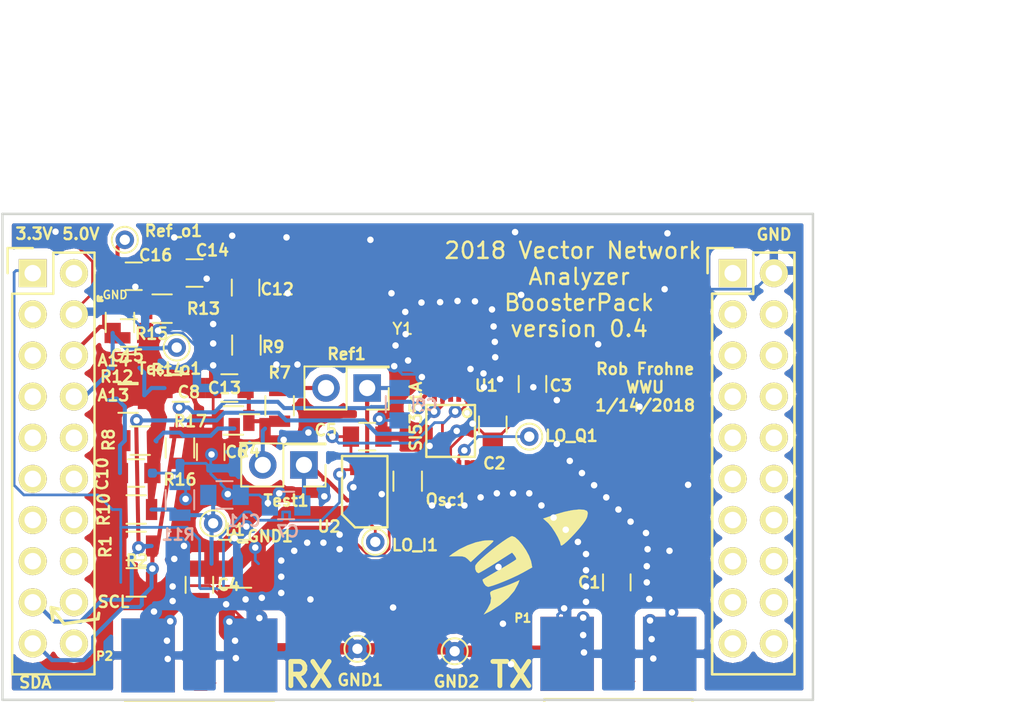
<source format=kicad_pcb>
(kicad_pcb (version 20171130) (host pcbnew "(5.0.0-rc2-67-gd3c41dd)")
  (layers (0 F.Cu signal hide) (31 B.Cu signal) (34 B.Paste user) (35 F.Paste user) (36 B.SilkS user) (37 F.SilkS user) (38 B.Mask user) (39 F.Mask user) (44 Edge.Cuts user))
  (net 0 "")
  (net 1 GND)
  (net 2 +3V3)
  (net 3 /Test_In)
  (net 4 /Ref_In)
  (net 5 /SCL)
  (net 6 /SDA)
  (net 7 /LO_I)
  (net 8 /LO_Q)
  (net 9 "Net-(U1-Pad2)")
  (net 10 "Net-(U1-Pad3)")
  (net 11 "Net-(C7-Pad1)")
  (net 12 "Net-(C1-Pad1)")
  (net 13 "Net-(C4-Pad2)")
  (net 14 "Net-(C9-Pad1)")
  (net 15 /A14)
  (net 16 /A13)
  (net 17 "Net-(R4-Pad2)")
  (net 18 "Net-(C1-Pad2)")
  (net 19 "Net-(A_GND1-Pad1)")
  (net 20 "Net-(B1-Pad5V)")
  (net 21 "Net-(B1-PadP6.0)")
  (net 22 "Net-(B1-PadP3.2)")
  (net 23 "Net-(B1-PadP3.3)")
  (net 24 "Net-(B1-PadP4.1)")
  (net 25 "Net-(B1-PadP4.2)")
  (net 26 "Net-(B1-PadP4.3)")
  (net 27 "Net-(B1-PadP4.4)")
  (net 28 "Net-(B1-PadP1.5)")
  (net 29 "Net-(B1-PadP4.5)")
  (net 30 "Net-(B1-PadP4.6)")
  (net 31 "Net-(B1-PadP4.7)")
  (net 32 "Net-(B1-PadP5.4)")
  (net 33 "Net-(B1-PadP5.5)")
  (net 34 "Net-(B1-PadP2.3)")
  (net 35 "Net-(B1-PadP5.1)")
  (net 36 "Net-(B1-PadP6.7)")
  (net 37 "Net-(B1-PadP1.6)")
  (net 38 "Net-(B1-PadP5.0)")
  (net 39 "Net-(B1-PadP1.7)")
  (net 40 "Net-(B1-PadP6.6)")
  (net 41 "Net-(B1-PadP5.6)")
  (net 42 "Net-(B1-PadP5.7)")
  (net 43 "Net-(B1-PadRST)")
  (net 44 "Net-(B1-PadP3.0)")
  (net 45 "Net-(B1-PadP2.4)")
  (net 46 "Net-(B1-PadP2.7)")
  (net 47 "Net-(B1-PadP2.5)")
  (net 48 "Net-(B1-PadP2.6)")
  (net 49 "Net-(B1-PadP3.7)")
  (net 50 "Net-(B1-PadP3.6)")
  (net 51 "Net-(B1-PadP5.2)")
  (net 52 "Net-(B1-PadP3.5)")
  (net 53 "Net-(C6-Pad1)")
  (net 54 "Net-(C8-Pad1)")
  (net 55 "Net-(C10-Pad1)")
  (net 56 "Net-(C12-Pad1)")
  (net 57 "Net-(C13-Pad1)")
  (net 58 "Net-(C14-Pad1)")
  (net 59 "Net-(R7-Pad2)")
  (module Capacitors_SMD:C_0805 (layer F.Cu) (at 84 80.75 180)
    (fp_text reference C8 (at 2.5 -0.25) (layer F.SilkS) (effects (font (size 0.7 0.7))))
    (fp_text value 1nF)
    (pad 1 smd rect (at -1 0 180) (size 1 1.25) (layers F.Cu F.Paste F.Mask) (net 54 "Net-(C8-Pad1)"))
    (pad 2 smd rect (at 1 0 180) (size 1 1.25) (layers F.Cu F.Paste F.Mask) (net 1 GND))
  )
  (module Capacitors_SMD:C_0805 (layer F.Cu) (at 107.9 92.75 90)
    (fp_text reference C1 (at 0 -1.7 180) (layer F.SilkS) (effects (font (size 0.7 0.7))))
    (fp_text value 1.0uF)
    (pad 2 smd rect (at 1 0 90) (size 1 1.25) (layers F.Cu F.Paste F.Mask) (net 18 "Net-(C1-Pad2)"))
    (pad 1 smd rect (at -1 0 90) (size 1 1.25) (layers F.Cu F.Paste F.Mask) (net 12 "Net-(C1-Pad1)"))
  )
  (module Capacitors_SMD:C_0805 (layer F.Cu) (at 100.25 83 90)
    (fp_text reference C2 (at -2.4 0.1 180) (layer F.SilkS) (effects (font (size 0.7 0.7))))
    (fp_text value .1uf)
    (pad 2 smd rect (at 1 0 90) (size 1 1.25) (layers F.Cu F.Paste F.Mask) (net 2 +3V3))
    (pad 1 smd rect (at -1 0 90) (size 1 1.25) (layers F.Cu F.Paste F.Mask) (net 1 GND))
  )
  (module Capacitors_SMD:C_0805 (layer F.Cu) (at 102.7 80.5 270)
    (fp_text reference C3 (at 0.1 -1.75) (layer F.SilkS) (effects (font (size 0.7 0.7))))
    (fp_text value 10uF)
    (pad 2 smd rect (at 1 0 270) (size 1 1.25) (layers F.Cu F.Paste F.Mask) (net 1 GND))
    (pad 1 smd rect (at -1 0 270) (size 1 1.25) (layers F.Cu F.Paste F.Mask) (net 2 +3V3))
  )
  (module Capacitors_SMD:C_0805 (layer F.Cu) (at 82.15 92.9 270)
    (fp_text reference C4 (at 0 -1.8) (layer F.SilkS) (effects (font (size 0.7 0.7))))
    (fp_text value 1.0uF)
    (pad 1 smd rect (at -1 0 270) (size 1 1.25) (layers F.Cu F.Paste F.Mask) (net 3 /Test_In))
    (pad 2 smd rect (at 1 0 270) (size 1 1.25) (layers F.Cu F.Paste F.Mask) (net 13 "Net-(C4-Pad2)"))
  )
  (module Capacitors_SMD:C_0805 (layer F.Cu) (at 92.5 83.75 180)
    (fp_text reference C5 (at 2.55 0.4) (layer F.SilkS) (effects (font (size 0.7 0.7))))
    (fp_text value .1uF)
    (pad 1 smd rect (at -1 0 180) (size 1 1.25) (layers F.Cu F.Paste F.Mask) (net 1 GND))
    (pad 2 smd rect (at 1 0 180) (size 1 1.25) (layers F.Cu F.Paste F.Mask) (net 2 +3V3))
  )
  (module Capacitors_SMD:C_0805 (layer F.Cu) (at 82.85 84.7 90)
    (fp_text reference C6 (at 0 1.6) (layer F.SilkS) (effects (font (size 0.7 0.7))))
    (fp_text value 1uF)
    (pad 1 smd rect (at -1 0 90) (size 1 1.25) (layers F.Cu F.Paste F.Mask) (net 53 "Net-(C6-Pad1)"))
    (pad 2 smd rect (at 1 0 90) (size 1 1.25) (layers F.Cu F.Paste F.Mask) (net 1 GND))
  )
  (module Capacitors_SMD:C_0805 (layer B.Cu) (at 87.5 88 180)
    (fp_text reference C7 (at -0.1 -1.6 180) (layer B.SilkS) (effects (font (size 0.7 0.7)) (justify mirror)))
    (fp_text value .005uF)
    (pad 1 smd rect (at -1 0 180) (size 1 1.25) (layers B.Cu B.Paste B.Mask) (net 11 "Net-(C7-Pad1)"))
    (pad 2 smd rect (at 1 0 180) (size 1 1.25) (layers B.Cu B.Paste B.Mask) (net 1 GND))
  )
  (module Capacitors_SMD:C_0805 (layer B.Cu) (at 94.5 81.75 270)
    (fp_text reference C9 (at 0.05 -1.65 180) (layer B.SilkS) (effects (font (size 0.7 0.7)) (justify mirror)))
    (fp_text value .005uF)
    (pad 2 smd rect (at 1 0 270) (size 1 1.25) (layers B.Cu B.Paste B.Mask) (net 1 GND))
    (pad 1 smd rect (at -1 0 270) (size 1 1.25) (layers B.Cu B.Paste B.Mask) (net 14 "Net-(C9-Pad1)"))
  )
  (module Capacitors_SMD:C_0805 (layer F.Cu) (at 78.25 86)
    (fp_text reference C10 (at -2.1 0.05 -270) (layer F.SilkS) (effects (font (size 0.7 0.7))))
    (fp_text value 1nF)
    (pad 2 smd rect (at 1 0) (size 1 1.25) (layers F.Cu F.Paste F.Mask) (net 1 GND))
    (pad 1 smd rect (at -1 0) (size 1 1.25) (layers F.Cu F.Paste F.Mask) (net 55 "Net-(C10-Pad1)"))
  )
  (module Capacitors_SMD:C_0805 (layer B.Cu) (at 83.7 87.35)
    (fp_text reference C11 (at 1.2 1.6 180) (layer B.SilkS) (effects (font (size 0.7 0.7)) (justify mirror)))
    (fp_text value 10uF)
    (pad 2 smd rect (at 1 0) (size 1 1.25) (layers B.Cu B.Paste B.Mask) (net 1 GND))
    (pad 1 smd rect (at -1 0) (size 1 1.25) (layers B.Cu B.Paste B.Mask) (net 19 "Net-(A_GND1-Pad1)"))
  )
  (module SMA:SMA_EDGE (layer F.Cu) (at 108 106.05 270)
    (fp_text reference P1 (at -11.1 5.9) (layer F.SilkS) (effects (font (size 0.524 0.524) (thickness 0.131))))
    (fp_text value Output hide)
    (pad 2 connect rect (at -8.89 3.16484 270) (size 4.572 3.302) (layers F.Cu F.Mask) (net 1 GND))
    (pad 2 connect rect (at -8.89 -3.16484 270) (size 4.572 3.302) (layers B.Cu B.Mask) (net 1 GND))
    (pad 1 connect rect (at -9.144 0 270) (size 4.07162 1.99898) (layers F.Cu F.Mask) (net 12 "Net-(C1-Pad1)"))
    (pad 2 connect rect (at -8.89 3.16484 270) (size 4.572 3.302) (layers B.Cu B.Mask) (net 1 GND))
    (pad 1 connect trapezoid (at -6.958 -0.08 270) (size 0.50038 1.39954) (rect_delta 0.59944 0) (layers F.Cu F.Mask) (net 12 "Net-(C1-Pad1)"))
    (pad 2 connect rect (at -8.89 -3.16484 270) (size 4.572 3.302) (layers F.Cu F.Mask) (net 1 GND))
  )
  (module SMA:SMA_EDGE (layer F.Cu) (at 82.15 106.15 270)
    (fp_text reference P2 (at -8.85 5.85) (layer F.SilkS) (effects (font (size 0.524 0.524) (thickness 0.131))))
    (fp_text value Input hide)
    (pad 2 connect rect (at -8.89 -3.16484 270) (size 4.572 3.302) (layers F.Cu F.Mask) (net 1 GND))
    (pad 1 connect trapezoid (at -6.958 -0.08 270) (size 0.50038 1.39954) (rect_delta 0.59944 0) (layers F.Cu F.Mask) (net 13 "Net-(C4-Pad2)"))
    (pad 2 connect rect (at -8.89 3.16484 270) (size 4.572 3.302) (layers B.Cu B.Mask) (net 1 GND))
    (pad 1 connect rect (at -9.144 0 270) (size 4.07162 1.99898) (layers F.Cu F.Mask) (net 13 "Net-(C4-Pad2)"))
    (pad 2 connect rect (at -8.89 -3.16484 270) (size 4.572 3.302) (layers B.Cu B.Mask) (net 1 GND))
    (pad 2 connect rect (at -8.89 3.16484 270) (size 4.572 3.302) (layers F.Cu F.Mask) (net 1 GND))
  )
  (module Resistors_SMD:R_0805 (layer F.Cu) (at 78.25 90.5 180)
    (fp_text reference R1 (at 1.9 -0.05 270) (layer F.SilkS) (effects (font (size 0.7 0.7))))
    (fp_text value 4.7k)
    (pad 2 smd rect (at 0.95 0 180) (size 0.7 1.3) (layers F.Cu F.Paste F.Mask) (net 2 +3V3))
    (pad 1 smd rect (at -0.95 0 180) (size 0.7 1.3) (layers F.Cu F.Paste F.Mask) (net 5 /SCL))
  )
  (module Resistors_SMD:R_0805 (layer F.Cu) (at 78.25 92.75 180)
    (fp_text reference R2 (at -0.05 1.35 180) (layer F.SilkS) (effects (font (size 0.7 0.7))))
    (fp_text value 4.7k)
    (pad 1 smd rect (at -0.95 0 180) (size 0.7 1.3) (layers F.Cu F.Paste F.Mask) (net 6 /SDA))
    (pad 2 smd rect (at 0.95 0 180) (size 0.7 1.3) (layers F.Cu F.Paste F.Mask) (net 2 +3V3))
  )
  (module Resistors_SMD:R_0805 (layer F.Cu) (at 85.25 83.25)
    (fp_text reference R4 (at -0.05 1.4) (layer F.SilkS) (effects (font (size 0.7 0.7))))
    (fp_text value 51)
    (pad 2 smd rect (at 0.95 0) (size 0.7 1.3) (layers F.Cu F.Paste F.Mask) (net 17 "Net-(R4-Pad2)"))
    (pad 1 smd rect (at -0.95 0) (size 0.7 1.3) (layers F.Cu F.Paste F.Mask) (net 53 "Net-(C6-Pad1)"))
  )
  (module Resistors_SMD:R_0805 (layer F.Cu) (at 87.1 81.85 90)
    (fp_text reference R7 (at 2.05 0 180) (layer F.SilkS) (effects (font (size 0.7 0.7))))
    (fp_text value 5.1k)
    (pad 2 smd rect (at 0.95 0 90) (size 0.7 1.3) (layers F.Cu F.Paste F.Mask) (net 59 "Net-(R7-Pad2)"))
    (pad 1 smd rect (at -0.95 0 90) (size 0.7 1.3) (layers F.Cu F.Paste F.Mask) (net 54 "Net-(C8-Pad1)"))
  )
  (module Resistors_SMD:R_0805 (layer F.Cu) (at 78.5 84)
    (fp_text reference R8 (at -1.95 -0.05 -270) (layer F.SilkS) (effects (font (size 0.7 0.7))))
    (fp_text value 5.1k)
    (pad 1 smd rect (at -0.95 0) (size 0.7 1.3) (layers F.Cu F.Paste F.Mask) (net 55 "Net-(C10-Pad1)"))
    (pad 2 smd rect (at 0.95 0) (size 0.7 1.3) (layers F.Cu F.Paste F.Mask) (net 53 "Net-(C6-Pad1)"))
  )
  (module Resistors_SMD:R_0805 (layer F.Cu) (at 85.05 78.1 270)
    (fp_text reference R9 (at 0.113 -1.655 180) (layer F.SilkS) (effects (font (size 0.7 0.7))))
    (fp_text value 5.1k)
    (pad 1 smd rect (at -0.95 0 270) (size 0.7 1.3) (layers F.Cu F.Paste F.Mask) (net 56 "Net-(C12-Pad1)"))
    (pad 2 smd rect (at 0.95 0 270) (size 0.7 1.3) (layers F.Cu F.Paste F.Mask) (net 54 "Net-(C8-Pad1)"))
  )
  (module Resistors_SMD:R_0805 (layer F.Cu) (at 78.25 88.25)
    (fp_text reference R10 (at -2 0 -90) (layer F.SilkS) (effects (font (size 0.7 0.7))))
    (fp_text value 16k)
    (pad 2 smd rect (at 0.95 0) (size 0.7 1.3) (layers F.Cu F.Paste F.Mask) (net 19 "Net-(A_GND1-Pad1)"))
    (pad 1 smd rect (at -0.95 0) (size 0.7 1.3) (layers F.Cu F.Paste F.Mask) (net 2 +3V3))
  )
  (module Resistors_SMD:R_0805 (layer B.Cu) (at 80.95 87.65 90)
    (fp_text reference R11 (at -2.15 -0.1 180) (layer B.SilkS) (effects (font (size 0.7 0.7)) (justify mirror)))
    (fp_text value 10k)
    (pad 2 smd rect (at 0.95 0 90) (size 0.7 1.3) (layers B.Cu B.Paste B.Mask) (net 1 GND))
    (pad 1 smd rect (at -0.95 0 90) (size 0.7 1.3) (layers B.Cu B.Paste B.Mask) (net 19 "Net-(A_GND1-Pad1)"))
  )
  (module SMA:CX3225 (layer F.Cu) (at 97.45 77.85 180)
    (fp_text reference Y1 (at 2.7557 0.7565 180) (layer F.SilkS) (effects (font (size 0.7 0.7) (thickness 0.125))))
    (fp_text value CX3225)
    (pad 4 smd rect (at -1.1 -0.85 180) (size 1.3 1.2) (layers F.Cu F.Paste F.Mask) (net 1 GND))
    (pad 1 smd rect (at -1.1 0.85 180) (size 1.3 1.2) (layers F.Cu F.Paste F.Mask) (net 9 "Net-(U1-Pad2)"))
    (pad 3 smd rect (at 1.1 -0.85 180) (size 1.3 1.2) (layers F.Cu F.Paste F.Mask) (net 10 "Net-(U1-Pad3)"))
    (pad 2 smd rect (at 1.1 0.85 180) (size 1.3 1.2) (layers F.Cu F.Paste F.Mask) (net 1 GND))
  )
  (module Connectors:PINTST (layer F.Cu) (at 91.9 96.85)
    (fp_text reference GND1 (at 0.175 1.925) (layer F.SilkS) (effects (font (size 0.7 0.7))))
    (fp_text value TEST)
    (pad 1 thru_hole circle (at 0 0) (size 1.143 1.143) (drill 0.635) (layers *.Cu *.Mask) (net 1 GND))
  )
  (module Connectors:PINTST (layer F.Cu) (at 97.9 97)
    (fp_text reference GND2 (at 0.11 1.87) (layer F.SilkS) (effects (font (size 0.7 0.7))))
    (fp_text value TEST)
    (pad 1 thru_hole circle (at 0 0) (size 1.143 1.143) (drill 0.635) (layers *.Cu *.Mask) (net 1 GND))
  )
  (module Inductors_SMD:L_1210 (layer F.Cu) (at 84.35 91.6)
    (fp_text reference L1 (at 0 -2.1) (layer F.SilkS) (effects (font (size 0.7 0.7))))
    (fp_text value 1mH)
    (pad 2 smd rect (at 1.45 0) (size 0.9 2.5) (layers F.Cu F.Paste F.Mask) (net 3 /Test_In))
    (pad 1 smd rect (at -1.45 0) (size 0.9 2.5) (layers F.Cu F.Paste F.Mask) (net 19 "Net-(A_GND1-Pad1)"))
  )
  (module EtherkitKicadLibrary:MSOP-10 (layer F.Cu) (at 97.65 83.4 180)
    (fp_text reference U1 (at -2.2 2.8 180) (layer F.SilkS) (effects (font (size 0.7 0.7))))
    (fp_text value SI5351A (at 2.15 0.9 270) (layer F.SilkS) (effects (font (size 0.7 0.7))))
    (pad 1 smd rect (at -1 2.35 180) (size 0.3 1.1) (layers F.Cu F.Paste F.Mask) (net 2 +3V3))
    (pad 2 smd rect (at -0.5 2.35 180) (size 0.3 1.1) (layers F.Cu F.Paste F.Mask) (net 9 "Net-(U1-Pad2)"))
    (pad 3 smd rect (at 0 2.35 180) (size 0.3 1.1) (layers F.Cu F.Paste F.Mask) (net 10 "Net-(U1-Pad3)"))
    (pad 4 smd rect (at 0.5 2.35 180) (size 0.3 1.1) (layers F.Cu F.Paste F.Mask) (net 5 /SCL))
    (pad 5 smd rect (at 1 2.35 180) (size 0.3 1.1) (layers F.Cu F.Paste F.Mask) (net 6 /SDA))
    (pad 6 smd rect (at 1.016 -2.35 180) (size 0.3 1.1) (layers F.Cu F.Paste F.Mask) (net 7 /LO_I))
    (pad 7 smd rect (at 0.508 -2.35 180) (size 0.3 1.1) (layers F.Cu F.Paste F.Mask) (net 2 +3V3))
    (pad 8 smd rect (at 0 -2.35 180) (size 0.3 1.1) (layers F.Cu F.Paste F.Mask) (net 1 GND))
    (pad 9 smd rect (at -0.508 -2.35 180) (size 0.3 1.1) (layers F.Cu F.Paste F.Mask) (net 8 /LO_Q))
    (pad 10 smd rect (at -1.016 -2.35 180) (size 0.3 1.1) (layers F.Cu F.Paste F.Mask) (net 18 "Net-(C1-Pad2)"))
  )
  (module SMA:VFSOP-8 (layer F.Cu) (at 92.35 87.15)
    (fp_text reference U2 (at -2.2 2.15 180) (layer F.SilkS) (effects (font (size 0.7 0.7))))
    (fp_text value NL7WB66)
    (pad 8 smd rect (at -0.75 -1.36) (size 0.3 0.68) (layers F.Cu F.Paste F.Mask) (net 2 +3V3))
    (pad 1 smd rect (at -0.75 1.36) (size 0.3 0.68) (layers F.Cu F.Paste F.Mask) (net 3 /Test_In))
    (pad 7 smd rect (at -0.25 -1.36) (size 0.3 0.68) (layers F.Cu F.Paste F.Mask) (net 7 /LO_I))
    (pad 2 smd rect (at -0.25 1.36) (size 0.3 0.68) (layers F.Cu F.Paste F.Mask) (net 11 "Net-(C7-Pad1)"))
    (pad 6 smd rect (at 0.25 -1.36) (size 0.3 0.68) (layers F.Cu F.Paste F.Mask) (net 14 "Net-(C9-Pad1)"))
    (pad 3 smd rect (at 0.25 1.36) (size 0.3 0.68) (layers F.Cu F.Paste F.Mask) (net 7 /LO_I))
    (pad 5 smd rect (at 0.75 -1.36) (size 0.3 0.68) (layers F.Cu F.Paste F.Mask) (net 4 /Ref_In))
    (pad 4 smd rect (at 0.75 1.36) (size 0.3 0.68) (layers F.Cu F.Paste F.Mask) (net 1 GND))
  )
  (module Connectors:PINTST (layer F.Cu) (at 83 89.1)
    (fp_text reference A_GND1 (at 2.95 0.8) (layer F.SilkS) (effects (font (size 0.7 0.7))))
    (fp_text value A_GND)
    (pad 1 thru_hole circle (at 0 0) (size 1.143 1.143) (drill 0.635) (layers *.Cu *.Mask) (net 19 "Net-(A_GND1-Pad1)"))
  )
  (module SMA:TI_BoosterPack (layer F.Cu) (at 96 73.66)
    (fp_text reference B1 hide)
    (fp_text value EXP-_MSP432P401R_BoosterPack)
    (pad 3.3V thru_hole rect (at -24.13 0) (size 1.7272 1.7272) (drill 1.016) (layers *.Cu *.Mask F.SilkS) (net 2 +3V3))
    (pad 5V thru_hole oval (at -21.59 0) (size 1.7272 1.7272) (drill 1.016) (layers *.Cu *.Mask F.SilkS) (net 20 "Net-(B1-Pad5V)"))
    (pad P6.0 thru_hole oval (at -24.13 2.54) (size 1.7272 1.7272) (drill 1.016) (layers *.Cu *.Mask F.SilkS) (net 21 "Net-(B1-PadP6.0)"))
    (pad GND1 thru_hole oval (at -21.59 2.54) (size 1.7272 1.7272) (drill 1.016) (layers *.Cu *.Mask F.SilkS) (net 1 GND))
    (pad P3.2 thru_hole oval (at -24.13 5.08) (size 1.7272 1.7272) (drill 1.016) (layers *.Cu *.Mask F.SilkS) (net 22 "Net-(B1-PadP3.2)"))
    (pad P6.1 thru_hole oval (at -21.59 5.08) (size 1.7272 1.7272) (drill 1.016) (layers *.Cu *.Mask F.SilkS) (net 15 /A14))
    (pad P3.3 thru_hole oval (at -24.13 7.62) (size 1.7272 1.7272) (drill 1.016) (layers *.Cu *.Mask F.SilkS) (net 23 "Net-(B1-PadP3.3)"))
    (pad P4.0 thru_hole oval (at -21.59 7.62) (size 1.7272 1.7272) (drill 1.016) (layers *.Cu *.Mask F.SilkS) (net 16 /A13))
    (pad P4.1 thru_hole oval (at -24.13 10.16) (size 1.7272 1.7272) (drill 1.016) (layers *.Cu *.Mask F.SilkS) (net 24 "Net-(B1-PadP4.1)"))
    (pad P4.2 thru_hole oval (at -21.59 10.16) (size 1.7272 1.7272) (drill 1.016) (layers *.Cu *.Mask F.SilkS) (net 25 "Net-(B1-PadP4.2)"))
    (pad P4.3 thru_hole oval (at -24.13 12.7) (size 1.7272 1.7272) (drill 1.016) (layers *.Cu *.Mask F.SilkS) (net 26 "Net-(B1-PadP4.3)"))
    (pad P4.4 thru_hole oval (at -21.59 12.7) (size 1.7272 1.7272) (drill 1.016) (layers *.Cu *.Mask F.SilkS) (net 27 "Net-(B1-PadP4.4)"))
    (pad P1.5 thru_hole oval (at -24.13 15.24) (size 1.7272 1.7272) (drill 1.016) (layers *.Cu *.Mask F.SilkS) (net 28 "Net-(B1-PadP1.5)"))
    (pad P4.5 thru_hole oval (at -21.59 15.24) (size 1.7272 1.7272) (drill 1.016) (layers *.Cu *.Mask F.SilkS) (net 29 "Net-(B1-PadP4.5)"))
    (pad P4.6 thru_hole oval (at -24.13 17.78) (size 1.7272 1.7272) (drill 1.016) (layers *.Cu *.Mask F.SilkS) (net 30 "Net-(B1-PadP4.6)"))
    (pad P4.7 thru_hole oval (at -21.59 17.78) (size 1.7272 1.7272) (drill 1.016) (layers *.Cu *.Mask F.SilkS) (net 31 "Net-(B1-PadP4.7)"))
    (pad P6.5 thru_hole oval (at -24.13 20.32) (size 1.7272 1.7272) (drill 1.016) (layers *.Cu *.Mask F.SilkS) (net 5 /SCL))
    (pad P5.4 thru_hole oval (at -21.59 20.32) (size 1.7272 1.7272) (drill 1.016) (layers *.Cu *.Mask F.SilkS) (net 32 "Net-(B1-PadP5.4)"))
    (pad P6.4 thru_hole oval (at -24.13 22.86) (size 1.7272 1.7272) (drill 1.016) (layers *.Cu *.Mask F.SilkS) (net 6 /SDA))
    (pad P5.5 thru_hole oval (at -21.59 22.86) (size 1.7272 1.7272) (drill 1.016) (layers *.Cu *.Mask F.SilkS) (net 33 "Net-(B1-PadP5.5)"))
    (pad P2.3 thru_hole oval (at 19.05 15.24) (size 1.7272 1.7272) (drill 1.016) (layers *.Cu *.Mask F.SilkS) (net 34 "Net-(B1-PadP2.3)"))
    (pad P5.1 thru_hole oval (at 19.05 17.78) (size 1.7272 1.7272) (drill 1.016) (layers *.Cu *.Mask F.SilkS) (net 35 "Net-(B1-PadP5.1)"))
    (pad P6.7 thru_hole oval (at 19.05 12.7) (size 1.7272 1.7272) (drill 1.016) (layers *.Cu *.Mask F.SilkS) (net 36 "Net-(B1-PadP6.7)"))
    (pad P1.6 thru_hole oval (at 21.59 12.7) (size 1.7272 1.7272) (drill 1.016) (layers *.Cu *.Mask F.SilkS) (net 37 "Net-(B1-PadP1.6)"))
    (pad P5.0 thru_hole oval (at 21.59 17.78) (size 1.7272 1.7272) (drill 1.016) (layers *.Cu *.Mask F.SilkS) (net 38 "Net-(B1-PadP5.0)"))
    (pad P1.7 thru_hole oval (at 21.59 15.24) (size 1.7272 1.7272) (drill 1.016) (layers *.Cu *.Mask F.SilkS) (net 39 "Net-(B1-PadP1.7)"))
    (pad P6.6 thru_hole oval (at 19.05 10.16) (size 1.7272 1.7272) (drill 1.016) (layers *.Cu *.Mask F.SilkS) (net 40 "Net-(B1-PadP6.6)"))
    (pad P5.6 thru_hole oval (at 19.05 7.62) (size 1.7272 1.7272) (drill 1.016) (layers *.Cu *.Mask F.SilkS) (net 41 "Net-(B1-PadP5.6)"))
    (pad P5.7 thru_hole oval (at 21.59 7.62) (size 1.7272 1.7272) (drill 1.016) (layers *.Cu *.Mask F.SilkS) (net 42 "Net-(B1-PadP5.7)"))
    (pad RST thru_hole oval (at 21.59 10.16) (size 1.7272 1.7272) (drill 1.016) (layers *.Cu *.Mask F.SilkS) (net 43 "Net-(B1-PadRST)"))
    (pad P3.0 thru_hole oval (at 21.59 5.08) (size 1.7272 1.7272) (drill 1.016) (layers *.Cu *.Mask F.SilkS) (net 44 "Net-(B1-PadP3.0)"))
    (pad P2.4 thru_hole oval (at 19.05 5.08) (size 1.7272 1.7272) (drill 1.016) (layers *.Cu *.Mask F.SilkS) (net 45 "Net-(B1-PadP2.4)"))
    (pad P2.7 thru_hole rect (at 19.05 0) (size 1.7272 1.7272) (drill 1.016) (layers *.Cu *.Mask F.SilkS) (net 46 "Net-(B1-PadP2.7)"))
    (pad P2.5 thru_hole oval (at 21.59 2.54) (size 1.7272 1.7272) (drill 1.016) (layers *.Cu *.Mask F.SilkS) (net 47 "Net-(B1-PadP2.5)"))
    (pad P2.6 thru_hole oval (at 19.05 2.54) (size 1.7272 1.7272) (drill 1.016) (layers *.Cu *.Mask F.SilkS) (net 48 "Net-(B1-PadP2.6)"))
    (pad GND thru_hole oval (at 21.59 0) (size 1.7272 1.7272) (drill 1.016) (layers *.Cu *.Mask F.SilkS) (net 1 GND))
    (pad P3.7 thru_hole oval (at 19.05 22.86) (size 1.7272 1.7272) (drill 1.016) (layers *.Cu *.Mask F.SilkS) (net 49 "Net-(B1-PadP3.7)"))
    (pad P3.6 thru_hole oval (at 21.59 22.86) (size 1.7272 1.7272) (drill 1.016) (layers *.Cu *.Mask F.SilkS) (net 50 "Net-(B1-PadP3.6)"))
    (pad P5.2 thru_hole oval (at 21.59 20.32) (size 1.7272 1.7272) (drill 1.016) (layers *.Cu *.Mask F.SilkS) (net 51 "Net-(B1-PadP5.2)"))
    (pad P3.5 thru_hole oval (at 19.05 20.32) (size 1.7272 1.7272) (drill 1.016) (layers *.Cu *.Mask F.SilkS) (net 52 "Net-(B1-PadP3.5)"))
  )
  (module Connectors:PINTST (layer F.Cu) (at 93 90.25)
    (fp_text reference LO_I1 (at 2.45 0.2) (layer F.SilkS) (effects (font (size 0.7 0.7))))
    (fp_text value LO_I)
    (pad 1 thru_hole circle (at 0 0) (size 1.143 1.143) (drill 0.635) (layers *.Cu *.Mask) (net 7 /LO_I))
  )
  (module Connectors:PINTST (layer F.Cu) (at 102.5 83.75)
    (fp_text reference LO_Q1 (at 2.6 -0.05) (layer F.SilkS) (effects (font (size 0.7 0.7))))
    (fp_text value LO_Q)
    (pad 1 thru_hole circle (at 0 0) (size 1.143 1.143) (drill 0.635) (layers *.Cu *.Mask) (net 8 /LO_Q))
  )
  (module Connectors:PINTST (layer F.Cu) (at 77.55 71.6)
    (fp_text reference Ref_o1 (at 3 -0.55) (layer F.SilkS) (effects (font (size 0.7 0.7))))
    (fp_text value Ref_out)
    (pad 1 thru_hole circle (at 0 0) (size 1.143 1.143) (drill 0.635) (layers *.Cu *.Mask) (net 15 /A14))
  )
  (module Connectors:PINTST (layer F.Cu) (at 80.75 78.25)
    (fp_text reference Test_o1 (at -0.45 1.3) (layer F.SilkS) (effects (font (size 0.7 0.7))))
    (fp_text value Test_out)
    (pad 1 thru_hole circle (at 0 0) (size 1.143 1.143) (drill 0.635) (layers *.Cu *.Mask) (net 16 /A13))
  )
  (module Pin_Headers:Pin_Header_Straight_2x01_Pitch2.54mm (layer F.Cu) (at 92.5 80.75 180)
    (fp_text reference Ref1 (at 1.27 2.1 180) (layer F.SilkS) (effects (font (size 0.7 0.7))))
    (fp_text value Jumper)
    (pad 2 thru_hole oval (at 2.54 0 180) (size 1.7 1.7) (drill 1) (layers *.Cu *.Mask) (net 59 "Net-(R7-Pad2)"))
    (pad 1 thru_hole rect (at 0 0 180) (size 1.7 1.7) (drill 1) (layers *.Cu *.Mask) (net 14 "Net-(C9-Pad1)"))
  )
  (module Pin_Headers:Pin_Header_Straight_2x01_Pitch2.54mm (layer F.Cu) (at 88.6 85.5 180)
    (fp_text reference Test1 (at 1.1 -2.2) (layer F.SilkS) (effects (font (size 0.7 0.7))))
    (fp_text value Jumper)
    (pad 1 thru_hole rect (at 0 0 180) (size 1.7 1.7) (drill 1) (layers *.Cu *.Mask) (net 11 "Net-(C7-Pad1)"))
    (pad 2 thru_hole oval (at 2.54 0 180) (size 1.7 1.7) (drill 1) (layers *.Cu *.Mask) (net 17 "Net-(R4-Pad2)"))
  )
  (module Resistors_SMD:R_0805 (layer F.Cu) (at 95 86.5 90)
    (fp_text reference Osc1 (at -1.15 2.4 180) (layer F.SilkS) (effects (font (size 0.7 0.7))))
    (fp_text value Jumper)
    (pad 2 smd rect (at 0.95 0 90) (size 0.7 1.3) (layers F.Cu F.Paste F.Mask) (net 4 /Ref_In))
    (pad 1 smd rect (at -0.95 0 90) (size 0.7 1.3) (layers F.Cu F.Paste F.Mask) (net 18 "Net-(C1-Pad2)"))
  )
  (module Capacitors_SMD:C_0805 (layer F.Cu) (at 85 74.55 90)
    (fp_text reference C12 (at -0.1 1.95 180) (layer F.SilkS) (effects (font (size 0.7 0.7))))
    (fp_text value 0.1uF)
    (pad 1 smd rect (at -1 0 90) (size 1 1.25) (layers F.Cu F.Paste F.Mask) (net 56 "Net-(C12-Pad1)"))
    (pad 2 smd rect (at 1 0 90) (size 1 1.25) (layers F.Cu F.Paste F.Mask) (net 1 GND))
  )
  (module Capacitors_SMD:C_0805 (layer F.Cu) (at 81 80.75)
    (fp_text reference C13 (at 2.7 0) (layer F.SilkS) (effects (font (size 0.7 0.7))))
    (fp_text value 1nF)
    (pad 2 smd rect (at 1 0) (size 1 1.25) (layers F.Cu F.Paste F.Mask) (net 1 GND))
    (pad 1 smd rect (at -1 0) (size 1 1.25) (layers F.Cu F.Paste F.Mask) (net 57 "Net-(C13-Pad1)"))
  )
  (module Capacitors_SMD:C_0805 (layer F.Cu) (at 81.85 73.65)
    (fp_text reference C14 (at 1.1 -1.4) (layer F.SilkS) (effects (font (size 0.7 0.7))))
    (fp_text value 1nF)
    (pad 2 smd rect (at 1 0) (size 1 1.25) (layers F.Cu F.Paste F.Mask) (net 1 GND))
    (pad 1 smd rect (at -1 0) (size 1 1.25) (layers F.Cu F.Paste F.Mask) (net 58 "Net-(C14-Pad1)"))
  )
  (module Capacitors_SMD:C_0805 (layer F.Cu) (at 77.8 77.35)
    (fp_text reference C15 (at -0.1 1.4) (layer F.SilkS) (effects (font (size 0.7 0.7))))
    (fp_text value 1nF)
    (pad 1 smd rect (at -1 0) (size 1 1.25) (layers F.Cu F.Paste F.Mask) (net 16 /A13))
    (pad 2 smd rect (at 1 0) (size 1 1.25) (layers F.Cu F.Paste F.Mask) (net 1 GND))
  )
  (module Capacitors_SMD:C_0805 (layer F.Cu) (at 78.1 73.85)
    (fp_text reference C16 (at 1.35 -1.3) (layer F.SilkS) (effects (font (size 0.7 0.7))))
    (fp_text value 1nF)
    (pad 2 smd rect (at 1 0) (size 1 1.25) (layers F.Cu F.Paste F.Mask) (net 1 GND))
    (pad 1 smd rect (at -1 0) (size 1 1.25) (layers F.Cu F.Paste F.Mask) (net 15 /A14))
  )
  (module Resistors_SMD:R_0805 (layer F.Cu) (at 77.75 81.4 180)
    (fp_text reference R12 (at 0.7 1.35 180) (layer F.SilkS) (effects (font (size 0.7 0.7))))
    (fp_text value 5.1k)
    (pad 2 smd rect (at 0.95 0 180) (size 0.7 1.3) (layers F.Cu F.Paste F.Mask) (net 55 "Net-(C10-Pad1)"))
    (pad 1 smd rect (at -0.95 0 180) (size 0.7 1.3) (layers F.Cu F.Paste F.Mask) (net 57 "Net-(C13-Pad1)"))
  )
  (module Resistors_SMD:R_0805 (layer F.Cu) (at 79.85 75.85)
    (fp_text reference R13 (at 2.55 0) (layer F.SilkS) (effects (font (size 0.7 0.7))))
    (fp_text value 5.1k)
    (pad 1 smd rect (at -0.95 0) (size 0.7 1.3) (layers F.Cu F.Paste F.Mask) (net 58 "Net-(C14-Pad1)"))
    (pad 2 smd rect (at 0.95 0) (size 0.7 1.3) (layers F.Cu F.Paste F.Mask) (net 56 "Net-(C12-Pad1)"))
  )
  (module Resistors_SMD:R_0805 (layer F.Cu) (at 77.75 79.55)
    (fp_text reference R14 (at 2.45 0.1 -180) (layer F.SilkS) (effects (font (size 0.7 0.7))))
    (fp_text value 5.1k)
    (pad 2 smd rect (at 0.95 0) (size 0.7 1.3) (layers F.Cu F.Paste F.Mask) (net 57 "Net-(C13-Pad1)"))
    (pad 1 smd rect (at -0.95 0) (size 0.7 1.3) (layers F.Cu F.Paste F.Mask) (net 16 /A13))
  )
  (module Resistors_SMD:R_0805 (layer F.Cu) (at 77.25 76.7 90)
    (fp_text reference R15 (at -0.7 1.95 180) (layer F.SilkS) (effects (font (size 0.7 0.7))))
    (fp_text value 5.1k)
    (pad 1 smd rect (at -0.95 0 90) (size 0.7 1.3) (layers F.Cu F.Paste F.Mask) (net 15 /A14))
    (pad 2 smd rect (at 0.95 0 90) (size 0.7 1.3) (layers F.Cu F.Paste F.Mask) (net 58 "Net-(C14-Pad1)"))
  )
  (module Resistors_SMD:R_0805 (layer F.Cu) (at 80.95 84.45 90)
    (fp_text reference R16 (at -1.95 0) (layer F.SilkS) (effects (font (size 0.7 0.7))))
    (fp_text value 160)
    (pad 1 smd rect (at -0.95 0 90) (size 0.7 1.3) (layers F.Cu F.Paste F.Mask) (net 53 "Net-(C6-Pad1)"))
    (pad 2 smd rect (at 0.95 0 90) (size 0.7 1.3) (layers F.Cu F.Paste F.Mask) (net 1 GND))
  )
  (module Resistors_SMD:R_0805 (layer F.Cu) (at 84.25 82.75 180)
    (fp_text reference R17 (at 2.65 -0.05 180) (layer F.SilkS) (effects (font (size 0.7 0.7))))
    (fp_text value 16k)
    (pad 2 smd rect (at 0.95 0 180) (size 0.7 1.3) (layers F.Cu F.Paste F.Mask) (net 1 GND))
    (pad 1 smd rect (at -0.95 0 180) (size 0.7 1.3) (layers F.Cu F.Paste F.Mask) (net 54 "Net-(C8-Pad1)"))
  )
  (module SMA:LOGO (layer F.Cu) (at 97.925 93.025)
    (fp_text reference G*** hide)
    (fp_text value LOGO hide)
  )
  (gr_line (start 75.9 75.35) (end 76.15 75.35) (layer F.SilkS) (width 0.2))
  (gr_line (start 75.9 75.3) (end 75.9 75.1) (layer F.SilkS) (width 0.2))
  (gr_line (start 76.1 75.15) (end 75.9 75.3) (layer F.SilkS) (width 0.2))
  (gr_line (start 75.95 94.65) (end 75.9 95) (layer F.SilkS) (width 0.2))
  (gr_text A13 (at 76.85 81.2) (layer F.SilkS) (effects (font (size 0.7 0.7))))
  (gr_text A14 (at 76.85 79.05) (layer F.SilkS) (effects (font (size 0.7 0.7))))
  (gr_line (start 73.8 95.3) (end 75.9 95) (layer F.SilkS) (width 0.2))
  (gr_line (start 73 94.3) (end 73.5 94.4) (layer F.SilkS) (width 0.2))
  (gr_line (start 73.1 95.1) (end 73.1 94.5) (layer F.SilkS) (width 0.2))
  (gr_line (start 73 94.4) (end 73.1 95) (layer F.SilkS) (width 0.2))
  (gr_line (start 73.8 95.3) (end 73 94.3) (layer F.SilkS) (width 0.2))
  (gr_text SCL (at 76.85 93.95) (layer F.SilkS) (effects (font (size 0.7 0.7))))
  (gr_text 5.0V (at 74.84 71.24) (layer F.SilkS) (effects (font (size 0.7 0.7))))
  (gr_text "Rob Frohne\nWWU\n1/14/2018" (at 109.65 80.7) (layer F.SilkS) (effects (font (size 0.7 0.7))))
  (gr_text "2018 Vector Network \nAnalyzer\nBoosterPack\nversion 0.4" (at 105.575 74.675) (layer F.SilkS) (effects (font (size 1 1))))
  (gr_text 3.3V (at 71.95 71.225) (layer F.SilkS) (effects (font (size 0.7 0.7))))
  (gr_text GND (at 76.95 75) (layer F.SilkS) (effects (font (size 0.5 0.5) (thickness 0.1))))
  (gr_text SDA (at 72.025 98.925) (layer F.SilkS) (effects (font (size 0.7 0.7))))
  (gr_text GND (at 117.6 71.275) (layer F.SilkS) (effects (font (size 0.7 0.7))))
  (gr_text RX (at 88.9 98.45) (layer F.SilkS) (effects (font (size 1.5 1.5) (thickness 0.3))))
  (gr_text TX (at 101.4 98.45) (layer F.SilkS) (effects (font (size 1.5 1.5) (thickness 0.3))))
  (gr_line (start 70 70) (end 70 70) (layer Edge.Cuts) (width 0.15))
  (gr_line (start 70 100) (end 70 70) (layer Edge.Cuts) (width 0.15))
  (gr_line (start 120 100) (end 70 100) (layer Edge.Cuts) (width 0.15))
  (gr_line (start 120 70) (end 120 100) (layer Edge.Cuts) (width 0.15))
  (gr_line (start 70 70) (end 120 70) (layer Edge.Cuts) (width 0.15))
  (segment (start 75.558601 74.891399) (end 75.558601 72.948671) (width 0.17) (layer F.Cu) (net 1))
  (segment (start 73.70993 71.1) (end 73.275 71.1) (width 0.17) (layer F.Cu) (net 1))
  (segment (start 74.41 76.04) (end 75.558601 74.891399) (width 0.17) (layer F.Cu) (net 1))
  (via (at 73.275 71.1) (size 0.8) (drill 0.4) (layers F.Cu B.Cu) (net 1))
  (segment (start 75.558601 72.948671) (end 73.70993 71.1) (width 0.17) (layer F.Cu) (net 1))
  (segment (start 84.316372 90.020002) (end 83.836374 90.5) (width 0.17) (layer F.Cu) (net 1))
  (segment (start 83.836374 90.5) (end 81.2 90.5) (width 0.17) (layer F.Cu) (net 1))
  (via (at 84.316372 90.020002) (size 0.8) (drill 0.4) (layers F.Cu B.Cu) (net 1))
  (segment (start 85.036374 89.3) (end 84.316372 90.020002) (width 0.17) (layer B.Cu) (net 1))
  (segment (start 85.05 89.3) (end 85.036374 89.3) (width 0.17) (layer B.Cu) (net 1))
  (segment (start 85.05 89.175) (end 85.05 89.3) (width 0.17) (layer F.Cu) (net 1))
  (via (at 85.05 89.3) (size 0.8) (drill 0.4) (layers F.Cu B.Cu) (net 1))
  (segment (start 86.375 87.85) (end 85.05 89.175) (width 0.17) (layer F.Cu) (net 1))
  (via (at 109.9 93.775) (size 0.8) (drill 0.4) (layers F.Cu B.Cu) (net 1))
  (via (at 80.15 96.35) (size 0.8) (drill 0.4) (layers F.Cu B.Cu) (net 1))
  (via (at 80.2 97.475) (size 0.8) (drill 0.4) (layers F.Cu B.Cu) (net 1))
  (via (at 84.4 97.425) (size 0.8) (drill 0.4) (layers F.Cu B.Cu) (net 1))
  (via (at 84.35 96.35) (size 0.8) (drill 0.4) (layers F.Cu B.Cu) (net 1))
  (via (at 110.15 97.45) (size 0.8) (drill 0.4) (layers F.Cu B.Cu) (net 1))
  (via (at 110.05 96.25) (size 0.8) (drill 0.4) (layers F.Cu B.Cu) (net 1))
  (via (at 105.875 97.075) (size 0.8) (drill 0.4) (layers F.Cu B.Cu) (net 1))
  (via (at 105.825 96) (size 0.8) (drill 0.4) (layers F.Cu B.Cu) (net 1))
  (via (at 106 93.95) (size 0.8) (drill 0.4) (layers F.Cu B.Cu) (net 1))
  (via (at 109.95 95.1) (size 0.8) (drill 0.4) (layers F.Cu B.Cu) (net 1))
  (via (at 105.825 94.925) (size 0.8) (drill 0.4) (layers F.Cu B.Cu) (net 1))
  (via (at 80.35 95.15) (size 0.8) (drill 0.4) (layers F.Cu B.Cu) (net 1))
  (via (at 84 95.175) (size 0.8) (drill 0.4) (layers F.Cu B.Cu) (net 1))
  (via (at 85 93.8) (size 0.8) (drill 0.4) (layers F.Cu B.Cu) (net 1))
  (via (at 86.375 87.85) (size 0.8) (drill 0.4) (layers F.Cu B.Cu) (net 1))
  (segment (start 83.485001 86.685001) (end 84.15 87.35) (width 0.17) (layer B.Cu) (net 1))
  (segment (start 84.15 87.35) (end 84.7 87.35) (width 0.17) (layer B.Cu) (net 1))
  (segment (start 83.485001 86.496999) (end 83.485001 86.685001) (width 0.17) (layer B.Cu) (net 1))
  (segment (start 83.428001 86.439999) (end 83.485001 86.496999) (width 0.17) (layer B.Cu) (net 1))
  (segment (start 83.239999 86.439999) (end 83.428001 86.439999) (width 0.17) (layer B.Cu) (net 1))
  (segment (start 82.85 86.05) (end 83.239999 86.439999) (width 0.17) (layer B.Cu) (net 1))
  (segment (start 82.85 85.7) (end 82.85 86.05) (width 0.17) (layer B.Cu) (net 1))
  (via (at 83.9 87.3) (size 0.8) (drill 0.4) (layers F.Cu B.Cu) (net 1))
  (segment (start 82.85 85.7) (end 82.85 84.9) (width 0.17) (layer B.Cu) (net 1))
  (segment (start 82.85 84.9) (end 82.9 84.85) (width 0.17) (layer B.Cu) (net 1))
  (segment (start 81.3 87.6) (end 81.3 87.05) (width 0.17) (layer B.Cu) (net 1))
  (segment (start 81.3 87.05) (end 80.95 86.7) (width 0.17) (layer B.Cu) (net 1))
  (via (at 81.3 87.6) (size 0.8) (drill 0.4) (layers F.Cu B.Cu) (net 1))
  (via (at 87.35 83.95) (size 0.8) (drill 0.4) (layers F.Cu B.Cu) (net 1))
  (via (at 88.875 83.5) (size 0.8) (drill 0.4) (layers F.Cu B.Cu) (net 1))
  (via (at 101.375 97.8) (size 0.8) (drill 0.4) (layers F.Cu B.Cu) (net 1))
  (via (at 100.875 95.3) (size 0.8) (drill 0.4) (layers F.Cu B.Cu) (net 1))
  (via (at 112.3 86.725) (size 0.8) (drill 0.4) (layers F.Cu B.Cu) (net 1))
  (via (at 106.75 78.05) (size 0.8) (drill 0.4) (layers F.Cu B.Cu) (net 1))
  (via (at 111.025 71.2) (size 0.8) (drill 0.4) (layers F.Cu B.Cu) (net 1))
  (via (at 101.625 71.125) (size 0.8) (drill 0.4) (layers F.Cu B.Cu) (net 1))
  (via (at 92.7 71.6) (size 0.8) (drill 0.4) (layers F.Cu B.Cu) (net 1))
  (via (at 87.525 71.45) (size 0.8) (drill 0.4) (layers F.Cu B.Cu) (net 1))
  (via (at 84.175 71.35) (size 0.8) (drill 0.4) (layers F.Cu B.Cu) (net 1))
  (via (at 80.6 71.45) (size 0.8) (drill 0.4) (layers F.Cu B.Cu) (net 1))
  (via (at 94.25 78.125) (size 0.8) (drill 0.4) (layers F.Cu B.Cu) (net 1))
  (via (at 95.025 79.05) (size 0.8) (drill 0.4) (layers F.Cu B.Cu) (net 1))
  (via (at 100.4 78.85) (size 0.8) (drill 0.4) (layers F.Cu B.Cu) (net 1))
  (via (at 100.375 77.9) (size 0.8) (drill 0.4) (layers F.Cu B.Cu) (net 1))
  (via (at 100.3 76.95) (size 0.8) (drill 0.4) (layers F.Cu B.Cu) (net 1))
  (via (at 100.2 75.9) (size 0.8) (drill 0.4) (layers F.Cu B.Cu) (net 1))
  (via (at 99.15 75.4) (size 0.8) (drill 0.4) (layers F.Cu B.Cu) (net 1))
  (via (at 98.075 75.375) (size 0.8) (drill 0.4) (layers F.Cu B.Cu) (net 1))
  (via (at 97 75.45) (size 0.8) (drill 0.4) (layers F.Cu B.Cu) (net 1))
  (via (at 95.85 75.475) (size 0.8) (drill 0.4) (layers F.Cu B.Cu) (net 1))
  (via (at 94.85 76.05) (size 0.8) (drill 0.4) (layers F.Cu B.Cu) (net 1))
  (via (at 94.875 77.425) (size 0.8) (drill 0.4) (layers F.Cu B.Cu) (net 1))
  (via (at 99.7 80.7) (size 0.8) (drill 0.4) (layers F.Cu B.Cu) (net 1))
  (via (at 98.875 79.575) (size 0.8) (drill 0.4) (layers F.Cu B.Cu) (net 1))
  (via (at 95.875 80.075) (size 0.8) (drill 0.4) (layers F.Cu B.Cu) (net 1))
  (via (at 99 82.95) (size 0.8) (drill 0.4) (layers F.Cu B.Cu) (net 1))
  (via (at 96.35 84.325) (size 0.8) (drill 0.4) (layers F.Cu B.Cu) (net 1))
  (via (at 98.025 83.4) (size 0.8) (drill 0.4) (layers F.Cu B.Cu) (net 1))
  (via (at 91.65 86.875) (size 0.8) (drill 0.4) (layers F.Cu B.Cu) (net 1))
  (via (at 89.856144 87.438281) (size 0.8) (drill 0.4) (layers F.Cu B.Cu) (net 1))
  (segment (start 90.05 87.244425) (end 89.856144 87.438281) (width 0.17) (layer B.Cu) (net 1))
  (segment (start 87.840009 87.309991) (end 87.968299 87.438281) (width 0.17) (layer F.Cu) (net 1))
  (segment (start 87.968299 87.438281) (end 89.290459 87.438281) (width 0.17) (layer F.Cu) (net 1))
  (segment (start 90.05 87.15) (end 90.05 87.244425) (width 0.17) (layer B.Cu) (net 1))
  (segment (start 89.290459 87.438281) (end 89.856144 87.438281) (width 0.17) (layer F.Cu) (net 1))
  (via (at 93.4 87.3) (size 0.8) (drill 0.4) (layers F.Cu B.Cu) (net 1))
  (via (at 87.2 93.4) (size 0.8) (drill 0.4) (layers F.Cu B.Cu) (net 1))
  (via (at 87.2 92.4) (size 0.8) (drill 0.4) (layers F.Cu B.Cu) (net 1))
  (via (at 86 93.7) (size 0.8) (drill 0.4) (layers F.Cu B.Cu) (net 1))
  (via (at 79.6 77.2) (size 0.8) (drill 0.4) (layers F.Cu B.Cu) (net 1))
  (via (at 83 76.8) (size 0.8) (drill 0.4) (layers F.Cu B.Cu) (net 23))
  (via (at 83 78) (size 0.8) (drill 0.4) (layers F.Cu B.Cu) (net 1))
  (via (at 88.2 79.3) (size 0.8) (drill 0.4) (layers F.Cu B.Cu) (net 1))
  (via (at 86.9 79.3) (size 0.8) (drill 0.4) (layers F.Cu B.Cu) (net 1))
  (via (at 104.2 81.5) (size 0.8) (drill 0.4) (layers F.Cu B.Cu) (net 1))
  (via (at 100.7 80.2) (size 0.8) (drill 0.4) (layers F.Cu B.Cu) (net 1))
  (via (at 81.2 90.5) (size 0.8) (drill 0.4) (layers F.Cu B.Cu) (net 1))
  (via (at 80.6 91.3) (size 0.8) (drill 0.4) (layers F.Cu B.Cu) (net 1))
  (via (at 80.5 93) (size 0.8) (drill 0.4) (layers F.Cu B.Cu) (net 1))
  (via (at 80.5 93.9) (size 0.8) (drill 0.4) (layers F.Cu B.Cu) (net 1))
  (via (at 89.8 90.3) (size 0.8) (drill 0.4) (layers F.Cu B.Cu) (net 1))
  (via (at 88 90.8) (size 0.8) (drill 0.4) (layers F.Cu B.Cu) (net 1))
  (via (at 88.8 90.3) (size 0.8) (drill 0.4) (layers F.Cu B.Cu) (net 1))
  (via (at 89 93.8) (size 0.8) (drill 0.4) (layers F.Cu B.Cu) (net 1))
  (via (at 100.6 91.8) (size 0.8) (drill 0.4) (layers F.Cu B.Cu) (net 1))
  (via (at 94.1 94.3) (size 0.8) (drill 0.4) (layers F.Cu B.Cu) (net 1))
  (via (at 82.6 74) (size 0.8) (drill 0.4) (layers F.Cu B.Cu) (net 1))
  (via (at 87.6 74.9) (size 0.8) (drill 0.4) (layers F.Cu B.Cu) (net 1))
  (via (at 94 74.9) (size 0.8) (drill 0.4) (layers F.Cu B.Cu) (net 1))
  (via (at 102 75) (size 0.8) (drill 0.4) (layers F.Cu B.Cu) (net 1))
  (via (at 109.3 81.9) (size 0.8) (drill 0.4) (layers F.Cu B.Cu) (net 1))
  (via (at 83.8 94.1) (size 0.8) (drill 0.4) (layers F.Cu B.Cu) (net 1))
  (via (at 87.2 91.4) (size 0.8) (drill 0.4) (layers F.Cu B.Cu) (net 1))
  (via (at 90.8 89.8) (size 0.8) (drill 0.4) (layers F.Cu B.Cu) (net 1))
  (via (at 104.2 84.2) (size 0.8) (drill 0.4) (layers F.Cu B.Cu) (net 1))
  (via (at 109.8 90.7) (size 0.8) (drill 0.4) (layers F.Cu B.Cu) (net 1))
  (via (at 109.7 89.7) (size 0.8) (drill 0.4) (layers F.Cu B.Cu) (net 1))
  (via (at 105 85.25) (size 0.8) (drill 0.4) (layers F.Cu B.Cu) (net 1))
  (via (at 105.75 86) (size 0.8) (drill 0.4) (layers F.Cu B.Cu) (net 1))
  (via (at 106.5 86.75) (size 0.8) (drill 0.4) (layers F.Cu B.Cu) (net 1))
  (via (at 107.25 87.5) (size 0.8) (drill 0.4) (layers F.Cu B.Cu) (net 1))
  (via (at 108 88.25) (size 0.8) (drill 0.4) (layers F.Cu B.Cu) (net 1))
  (via (at 108.75 89) (size 0.8) (drill 0.4) (layers F.Cu B.Cu) (net 1))
  (via (at 109.75 91.75) (size 0.8) (drill 0.4) (layers F.Cu B.Cu) (net 1))
  (via (at 109.75 92.75) (size 0.8) (drill 0.4) (layers F.Cu B.Cu) (net 1))
  (via (at 96.5 88) (size 0.8) (drill 0.4) (layers F.Cu B.Cu) (net 1))
  (via (at 97.5 88) (size 0.8) (drill 0.4) (layers F.Cu B.Cu) (net 1))
  (via (at 98.5 88) (size 0.8) (drill 0.4) (layers F.Cu B.Cu) (net 1))
  (via (at 99.5 87.5) (size 0.8) (drill 0.4) (layers F.Cu B.Cu) (net 1))
  (via (at 100.5 87.25) (size 0.8) (drill 0.4) (layers F.Cu B.Cu) (net 1))
  (via (at 101.5 87.25) (size 0.8) (drill 0.4) (layers F.Cu B.Cu) (net 1))
  (via (at 102.5 87.25) (size 0.8) (drill 0.4) (layers F.Cu B.Cu) (net 1))
  (via (at 103.25 88) (size 0.8) (drill 0.4) (layers F.Cu B.Cu) (net 1))
  (via (at 104 88.75) (size 0.8) (drill 0.4) (layers F.Cu B.Cu) (net 1))
  (via (at 104.75 89.5) (size 0.8) (drill 0.4) (layers F.Cu B.Cu) (net 1))
  (via (at 105.5 90.25) (size 0.8) (drill 0.4) (layers F.Cu B.Cu) (net 1))
  (via (at 106 91) (size 0.8) (drill 0.4) (layers F.Cu B.Cu) (net 1))
  (via (at 106 92) (size 0.8) (drill 0.4) (layers F.Cu B.Cu) (net 1))
  (via (at 106 93) (size 0.8) (drill 0.4) (layers F.Cu B.Cu) (net 1))
  (segment (start 104.7 84.1) (end 104.7 82.3) (width 1) (layer F.Cu) (net 1))
  (segment (start 109.1 90.564998) (end 109.085001 90.549999) (width 1) (layer F.Cu) (net 1))
  (segment (start 109.085001 90.549999) (end 109.085001 89.585001) (width 1) (layer F.Cu) (net 1))
  (segment (start 109.225001 90.689999) (end 109.1 90.564998) (width 1) (layer F.Cu) (net 1))
  (segment (start 111.16484 97.16) (end 111.16484 95.76484) (width 1) (layer F.Cu) (net 1))
  (segment (start 104.83516 97.16) (end 104.83516 95.86484) (width 1) (layer F.Cu) (net 1))
  (segment (start 78.98516 97.26) (end 78.98516 94.91484) (width 1) (layer B.Cu) (net 1))
  (segment (start 78.98516 94.91484) (end 79.35 94.55) (width 1) (layer B.Cu) (net 1))
  (segment (start 85.31484 97.26) (end 85.31484 95.48516) (width 1) (layer B.Cu) (net 1))
  (segment (start 85.31484 95.48516) (end 85.85 94.95) (width 1) (layer B.Cu) (net 1))
  (segment (start 108.9 74.648601) (end 116.441399 74.648601) (width 0.17) (layer B.Cu) (net 1))
  (segment (start 110.082916 74.85) (end 109.101399 74.85) (width 1) (layer B.Cu) (net 1))
  (segment (start 108.801399 74.648601) (end 108.9 74.648601) (width 0.17) (layer B.Cu) (net 1))
  (segment (start 109.101399 74.85) (end 108.9 74.648601) (width 1) (layer B.Cu) (net 1))
  (segment (start 110.85 74.648601) (end 110.284315 74.648601) (width 1) (layer B.Cu) (net 1))
  (segment (start 110.284315 74.648601) (end 110.082916 74.85) (width 1) (layer B.Cu) (net 1))
  (segment (start 110.85 74.648601) (end 109.001399 74.648601) (width 1) (layer F.Cu) (net 1))
  (segment (start 85.31484 97.26) (end 85.31484 95.48516) (width 1) (layer F.Cu) (net 1))
  (segment (start 85.31484 95.48516) (end 85.85 94.95) (width 1) (layer F.Cu) (net 1))
  (segment (start 111.15 74.948601) (end 110.85 74.648601) (width 0.17) (layer F.Cu) (net 1))
  (segment (start 111.15 90.8) (end 111.15 74.948601) (width 0.17) (layer F.Cu) (net 1))
  (via (at 110.85 74.648601) (size 0.8) (drill 0.4) (layers F.Cu B.Cu) (net 1))
  (segment (start 91.206501 91.106501) (end 110.843499 91.106501) (width 0.17) (layer B.Cu) (net 1))
  (segment (start 90.8 90.7) (end 91.206501 91.106501) (width 0.17) (layer B.Cu) (net 1))
  (segment (start 110.843499 91.106501) (end 111.15 90.8) (width 0.17) (layer B.Cu) (net 1))
  (via (at 111.15 90.8) (size 0.8) (drill 0.4) (layers F.Cu B.Cu) (net 1))
  (segment (start 90.75 89.75) (end 91.25 89.75) (width 1) (layer F.Cu) (net 1))
  (segment (start 88.05 89.75) (end 90.75 89.75) (width 1) (layer F.Cu) (net 1))
  (segment (start 90.75 89.75) (end 90.75 90.65) (width 0.17) (layer F.Cu) (net 1))
  (segment (start 90.75 90.65) (end 90.8 90.7) (width 0.17) (layer F.Cu) (net 1))
  (via (at 90.8 90.7) (size 0.8) (drill 0.4) (layers F.Cu B.Cu) (net 1))
  (segment (start 93.25 82.650011) (end 93.25 83.5) (width 0.17) (layer F.Cu) (net 1))
  (segment (start 93.25 83.5) (end 93.5 83.75) (width 0.17) (layer F.Cu) (net 1))
  (segment (start 94.67 79.9) (end 94.17 79.4) (width 0.17) (layer B.Cu) (net 1))
  (segment (start 99.6 79.9) (end 94.67 79.9) (width 0.17) (layer B.Cu) (net 1))
  (via (at 94.17 79.4) (size 0.8) (drill 0.4) (layers F.Cu B.Cu) (net 1))
  (segment (start 80.75 92.95) (end 80.75 91.2) (width 1) (layer F.Cu) (net 1))
  (segment (start 82.77968 92.95) (end 80.75 92.95) (width 0.17) (layer F.Cu) (net 1))
  (segment (start 80.75 93.95) (end 80.75 92.95) (width 1) (layer F.Cu) (net 1))
  (segment (start 85.31484 95.48516) (end 82.77968 92.95) (width 0.17) (layer F.Cu) (net 1))
  (segment (start 79.35 94.55) (end 79.35 96.89516) (width 0.17) (layer F.Cu) (net 1))
  (segment (start 79.35 96.89516) (end 78.98516 97.26) (width 0.17) (layer F.Cu) (net 1))
  (via (at 79.35 94.55) (size 0.8) (drill 0.4) (layers F.Cu B.Cu) (net 1))
  (segment (start 104.65 94.35) (end 104.250001 94.749999) (width 0.17) (layer B.Cu) (net 1))
  (segment (start 104.250001 94.749999) (end 104.250001 96.574841) (width 0.17) (layer B.Cu) (net 1))
  (segment (start 104.250001 96.574841) (end 104.83516 97.16) (width 0.17) (layer B.Cu) (net 1))
  (segment (start 104.83516 94.53516) (end 104.65 94.35) (width 0.17) (layer F.Cu) (net 1))
  (segment (start 104.83516 97.16) (end 104.83516 94.53516) (width 0.17) (layer F.Cu) (net 1))
  (via (at 104.65 94.35) (size 0.8) (drill 0.4) (layers F.Cu B.Cu) (net 1))
  (segment (start 111.3 94.6) (end 111.3 97.02484) (width 0.17) (layer F.Cu) (net 1))
  (segment (start 111.3 97.02484) (end 111.16484 97.16) (width 0.17) (layer F.Cu) (net 1))
  (segment (start 111.16484 94.704) (end 111.26884 94.6) (width 0.17) (layer B.Cu) (net 1))
  (via (at 111.3 94.6) (size 0.8) (drill 0.4) (layers F.Cu B.Cu) (net 1))
  (segment (start 111.16484 97.16) (end 111.16484 94.704) (width 0.17) (layer B.Cu) (net 1))
  (segment (start 111.26884 94.6) (end 111.3 94.6) (width 0.17) (layer B.Cu) (net 1))
  (segment (start 104.83516 97.16) (end 106.65616 97.16) (width 0.17) (layer B.Cu) (net 1))
  (segment (start 106.65616 97.16) (end 111.16484 97.16) (width 0.17) (layer B.Cu) (net 1))
  (segment (start 85.85 94.95) (end 83.54 97.26) (width 0.17) (layer B.Cu) (net 1))
  (segment (start 83.54 97.26) (end 78.98516 97.26) (width 0.17) (layer B.Cu) (net 1))
  (via (at 85.85 94.95) (size 0.8) (drill 0.4) (layers F.Cu B.Cu) (net 1))
  (segment (start 83.85 95.79516) (end 83.85 93.95) (width 1) (layer F.Cu) (net 1))
  (segment (start 85.31484 97.26) (end 83.85 95.79516) (width 1) (layer F.Cu) (net 1))
  (segment (start 83.85 93.95) (end 88.05 89.75) (width 1) (layer F.Cu) (net 1))
  (segment (start 78.199384 74.502244) (end 78.447756 74.502244) (width 0.17) (layer F.Cu) (net 1))
  (segment (start 78.447756 74.502244) (end 79.1 73.85) (width 0.17) (layer F.Cu) (net 1))
  (segment (start 78.8 75.10286) (end 78.199384 74.502244) (width 0.17) (layer B.Cu) (net 1))
  (segment (start 78.8 77.35) (end 78.8 75.10286) (width 0.17) (layer B.Cu) (net 1))
  (via (at 78.199384 74.502244) (size 0.8) (drill 0.4) (layers F.Cu B.Cu) (net 1))
  (segment (start 93.25 82.650011) (end 93.25 82.9) (width 0.17) (layer F.Cu) (net 1))
  (segment (start 93.25 82.9) (end 93.4 83.05) (width 0.17) (layer F.Cu) (net 1))
  (segment (start 94.5 82.75) (end 93.349989 82.75) (width 0.17) (layer B.Cu) (net 1))
  (via (at 93.25 82.650011) (size 0.8) (drill 0.4) (layers F.Cu B.Cu) (net 1))
  (segment (start 93.349989 82.75) (end 93.25 82.650011) (width 0.17) (layer B.Cu) (net 1))
  (segment (start 91.25 89.75) (end 92.606501 91.106501) (width 0.17) (layer F.Cu) (net 1))
  (segment (start 92.606501 91.106501) (end 93.411121 91.106501) (width 0.17) (layer F.Cu) (net 1))
  (segment (start 93.856501 89.456501) (end 93.1 88.7) (width 0.17) (layer F.Cu) (net 1))
  (segment (start 93.411121 91.106501) (end 93.856501 90.661121) (width 0.17) (layer F.Cu) (net 1))
  (segment (start 93.856501 90.661121) (end 93.856501 89.456501) (width 0.17) (layer F.Cu) (net 1))
  (segment (start 93.1 88.7) (end 93.1 88.51) (width 0.17) (layer F.Cu) (net 1))
  (segment (start 86.5 87.85) (end 87.040009 87.309991) (width 0.17) (layer B.Cu) (net 1))
  (segment (start 86.5 88) (end 86.5 87.85) (width 0.17) (layer B.Cu) (net 1))
  (via (at 87.075 87.25) (size 0.8) (drill 0.4) (layers F.Cu B.Cu) (net 1))
  (segment (start 87.040009 87.309991) (end 87.840009 87.309991) (width 1) (layer F.Cu) (net 1))
  (segment (start 83.3 84.45) (end 82.9 84.85) (width 0.17) (layer F.Cu) (net 1))
  (segment (start 83.3 82.75) (end 83.3 84.45) (width 0.17) (layer F.Cu) (net 1))
  (via (at 82.9 84.85) (size 0.8) (drill 0.4) (layers F.Cu B.Cu) (net 1))
  (segment (start 83 80.75) (end 83 82.45) (width 0.17) (layer F.Cu) (net 1))
  (segment (start 83 82.45) (end 83.3 82.75) (width 0.17) (layer F.Cu) (net 1))
  (segment (start 83 79.35) (end 83 80.75) (width 0.17) (layer F.Cu) (net 1))
  (segment (start 82 79.4) (end 82 79.955) (width 0.17) (layer B.Cu) (net 1))
  (segment (start 82 78.232378) (end 82 79.4) (width 0.17) (layer B.Cu) (net 1))
  (segment (start 83 79.35) (end 82.434315 79.35) (width 0.17) (layer B.Cu) (net 1))
  (segment (start 82.434315 79.35) (end 82.384315 79.4) (width 0.17) (layer B.Cu) (net 1))
  (segment (start 82.384315 79.4) (end 82 79.4) (width 0.17) (layer B.Cu) (net 1))
  (via (at 83 79.35) (size 0.8) (drill 0.4) (layers F.Cu B.Cu) (net 1))
  (segment (start 78.8 77.35) (end 81.117622 77.35) (width 0.17) (layer B.Cu) (net 1))
  (segment (start 81.117622 77.35) (end 82 78.232378) (width 0.17) (layer B.Cu) (net 1))
  (segment (start 82 79.955) (end 82 80.75) (width 0.17) (layer B.Cu) (net 1))
  (segment (start 78.8 77.35) (end 78.8 77.225) (width 0.17) (layer B.Cu) (net 1))
  (segment (start 75.631314 76.04) (end 74.41 76.04) (width 0.17) (layer B.Cu) (net 1))
  (segment (start 78.8 77.225) (end 77.615 76.04) (width 0.17) (layer B.Cu) (net 1))
  (segment (start 77.615 76.04) (end 75.631314 76.04) (width 0.17) (layer B.Cu) (net 1))
  (segment (start 82.85 73.65) (end 82.85 73.525) (width 0.17) (layer F.Cu) (net 1))
  (segment (start 79.1 73.725) (end 79.1 73.85) (width 0.17) (layer F.Cu) (net 1))
  (segment (start 82.85 73.525) (end 82.064999 72.739999) (width 0.17) (layer F.Cu) (net 1))
  (segment (start 80.085001 72.739999) (end 79.1 73.725) (width 0.17) (layer F.Cu) (net 1))
  (segment (start 82.064999 72.739999) (end 80.085001 72.739999) (width 0.17) (layer F.Cu) (net 1))
  (segment (start 85 73.55) (end 82.95 73.55) (width 0.17) (layer F.Cu) (net 1))
  (segment (start 82.95 73.55) (end 82.85 73.65) (width 0.17) (layer F.Cu) (net 1))
  (segment (start 102.75 80.7) (end 108.801399 74.648601) (width 0.17) (layer B.Cu) (net 1))
  (segment (start 116.441399 74.648601) (end 116.726401 74.363599) (width 0.17) (layer B.Cu) (net 1))
  (segment (start 116.726401 74.363599) (end 117.59 73.5) (width 0.17) (layer B.Cu) (net 1))
  (segment (start 99.6 79.9) (end 99.6 79.75) (width 0.17) (layer F.Cu) (net 1))
  (segment (start 99.6 79.75) (end 98.55 78.7) (width 0.17) (layer F.Cu) (net 1))
  (segment (start 101.95 79.9) (end 99.6 79.9) (width 0.17) (layer B.Cu) (net 1))
  (segment (start 102.75 80.7) (end 101.95 79.9) (width 0.17) (layer B.Cu) (net 1))
  (via (at 99.675 79.85) (size 0.8) (drill 0.4) (layers F.Cu B.Cu) (net 1))
  (segment (start 102.7 80.75) (end 102.75 80.7) (width 0.17) (layer F.Cu) (net 1))
  (segment (start 102.7 81.5) (end 102.7 80.75) (width 0.17) (layer F.Cu) (net 1))
  (via (at 102.75 80.7) (size 0.8) (drill 0.4) (layers F.Cu B.Cu) (net 1))
  (segment (start 96.35 77) (end 96.3 77) (width 0.17) (layer F.Cu) (net 1))
  (segment (start 96.3 77) (end 94.17 79.13) (width 0.17) (layer F.Cu) (net 1))
  (segment (start 94.17 79.13) (end 94.17 82.955) (width 0.17) (layer F.Cu) (net 1))
  (segment (start 94.17 82.955) (end 93.5 83.625) (width 0.17) (layer F.Cu) (net 1))
  (segment (start 93.5 83.625) (end 93.5 83.75) (width 0.17) (layer F.Cu) (net 1))
  (segment (start 98.25 78.7) (end 97.85 79.1) (width 0.17) (layer F.Cu) (net 1))
  (segment (start 98.55 78.7) (end 98.25 78.7) (width 0.17) (layer F.Cu) (net 1))
  (segment (start 100.25 84) (end 100.375 84) (width 0.17) (layer F.Cu) (net 1))
  (segment (start 102.7 81.675) (end 102.7 81.5) (width 0.17) (layer F.Cu) (net 1))
  (segment (start 100.375 84) (end 102.7 81.675) (width 0.17) (layer F.Cu) (net 1))
  (segment (start 84.7 87.35) (end 85.85 87.35) (width 0.17) (layer B.Cu) (net 1))
  (segment (start 85.85 87.35) (end 86.5 88) (width 0.17) (layer B.Cu) (net 1))
  (segment (start 80.95 85.4) (end 82.55 85.4) (width 0.17) (layer B.Cu) (net 1))
  (segment (start 82.55 85.4) (end 82.85 85.7) (width 0.17) (layer B.Cu) (net 1))
  (segment (start 80.95 85.4) (end 80.95 86.7) (width 0.17) (layer B.Cu) (net 1))
  (segment (start 79.25 86) (end 80.87 86) (width 0.17) (layer B.Cu) (net 1))
  (segment (start 80.87 86) (end 80.95 85.92) (width 0.17) (layer B.Cu) (net 1))
  (segment (start 80.95 85.92) (end 80.95 85.4) (width 0.17) (layer B.Cu) (net 1))
  (segment (start 97.65 85.03) (end 97.65 85.75) (width 0.17) (layer F.Cu) (net 1))
  (segment (start 98.751256 83.33) (end 97.65 84.431256) (width 0.17) (layer F.Cu) (net 1))
  (segment (start 100.125 84) (end 99.455 83.33) (width 0.17) (layer F.Cu) (net 1))
  (segment (start 97.65 84.431256) (end 97.65 85.03) (width 0.17) (layer F.Cu) (net 1))
  (segment (start 99.455 83.33) (end 98.751256 83.33) (width 0.17) (layer F.Cu) (net 1))
  (segment (start 100.25 84) (end 100.125 84) (width 0.17) (layer F.Cu) (net 1))
  (segment (start 91.9 96.85) (end 97.75 96.85) (width 0.7) (layer F.Cu) (net 1))
  (segment (start 97.75 96.85) (end 97.9 97) (width 0.7) (layer F.Cu) (net 1))
  (segment (start 85.31484 96.06484) (end 84.55 95.3) (width 1) (layer F.Cu) (net 1))
  (segment (start 85.31484 97.26) (end 85.31484 96.06484) (width 1) (layer F.Cu) (net 1))
  (segment (start 80.8 91.05) (end 81.3 90.55) (width 1) (layer F.Cu) (net 1))
  (segment (start 80.75 91.2) (end 80.75 91.1) (width 1) (layer F.Cu) (net 1))
  (segment (start 80.75 91.1) (end 80.8 91.05) (width 1) (layer F.Cu) (net 1))
  (segment (start 78.98516 95.71484) (end 80.75 93.95) (width 1) (layer F.Cu) (net 1))
  (segment (start 78.98516 97.26) (end 78.98516 95.71484) (width 1) (layer F.Cu) (net 1))
  (segment (start 97.9 97) (end 104.67516 97) (width 0.7) (layer F.Cu) (net 1))
  (segment (start 104.67516 97) (end 104.83516 97.16) (width 0.7) (layer F.Cu) (net 1))
  (segment (start 91.9 96.85) (end 85.72484 96.85) (width 0.7) (layer F.Cu) (net 1))
  (segment (start 85.72484 96.85) (end 85.31484 97.26) (width 0.7) (layer F.Cu) (net 1))
  (segment (start 83.635001 93.078001) (end 83.635001 90.180381) (width 0.17) (layer B.Cu) (net 2))
  (segment (start 77.3 89.35) (end 81.393 89.35) (width 0.17) (layer B.Cu) (net 2))
  (segment (start 82.221999 93.135001) (end 83.578001 93.135001) (width 0.17) (layer B.Cu) (net 2))
  (segment (start 85.771999 88.910001) (end 87.228001 88.910001) (width 0.17) (layer B.Cu) (net 2))
  (segment (start 83.578001 93.135001) (end 83.635001 93.078001) (width 0.17) (layer B.Cu) (net 2))
  (segment (start 82.164999 90.121999) (end 82.164999 93.078001) (width 0.17) (layer B.Cu) (net 2))
  (segment (start 83.635001 90.180381) (end 83.411121 89.956501) (width 0.17) (layer B.Cu) (net 2))
  (segment (start 83.411121 89.956501) (end 84.967622 88.4) (width 0.17) (layer B.Cu) (net 2))
  (segment (start 81.393 89.35) (end 82.164999 90.121999) (width 0.17) (layer B.Cu) (net 2))
  (segment (start 85.261998 88.4) (end 85.771999 88.910001) (width 0.17) (layer B.Cu) (net 2))
  (segment (start 87.714999 88.853001) (end 87.771999 88.910001) (width 0.17) (layer B.Cu) (net 2))
  (segment (start 87.285001 88.4) (end 87.714999 88.4) (width 0.17) (layer B.Cu) (net 2))
  (segment (start 90.8 87.813802) (end 90.8 86.07499) (width 0.17) (layer B.Cu) (net 2))
  (segment (start 87.285001 88.853001) (end 87.285001 88.4) (width 0.17) (layer B.Cu) (net 2))
  (segment (start 87.714999 88.4) (end 87.714999 88.853001) (width 0.17) (layer B.Cu) (net 2))
  (segment (start 82.164999 93.078001) (end 82.221999 93.135001) (width 0.17) (layer B.Cu) (net 2))
  (segment (start 87.228001 88.910001) (end 87.285001 88.853001) (width 0.17) (layer B.Cu) (net 2))
  (segment (start 87.771999 88.910001) (end 89.703801 88.910001) (width 0.17) (layer B.Cu) (net 2))
  (segment (start 84.967622 88.4) (end 85.261998 88.4) (width 0.17) (layer B.Cu) (net 2))
  (segment (start 89.703801 88.910001) (end 90.8 87.813802) (width 0.17) (layer B.Cu) (net 2))
  (segment (start 90.35 83.75) (end 90.749999 84.149999) (width 0.17) (layer B.Cu) (net 2))
  (segment (start 95.400001 84.149999) (end 96.663508 82.886492) (width 0.17) (layer B.Cu) (net 2))
  (segment (start 96.663508 82.886492) (end 97.241335 82.886492) (width 0.17) (layer B.Cu) (net 2))
  (segment (start 97.241335 82.886492) (end 97.531714 82.596113) (width 0.17) (layer B.Cu) (net 2))
  (via (at 97.931713 82.196114) (size 0.8) (drill 0.4) (layers F.Cu B.Cu) (net 2))
  (segment (start 97.531714 82.596113) (end 97.931713 82.196114) (width 0.17) (layer B.Cu) (net 2))
  (segment (start 97.531714 82.596113) (end 97.931713 82.196114) (width 0.17) (layer F.Cu) (net 2))
  (segment (start 90.749999 84.149999) (end 95.400001 84.149999) (width 0.17) (layer B.Cu) (net 2))
  (segment (start 97.142 85.75) (end 97.142 82.985827) (width 0.17) (layer F.Cu) (net 2))
  (segment (start 98.65 81.77) (end 98.223886 82.196114) (width 0.17) (layer F.Cu) (net 2))
  (segment (start 98.65 81.05) (end 98.65 81.77) (width 0.17) (layer F.Cu) (net 2))
  (segment (start 98.223886 82.196114) (end 97.931713 82.196114) (width 0.17) (layer F.Cu) (net 2))
  (segment (start 97.142 82.985827) (end 97.531714 82.596113) (width 0.17) (layer F.Cu) (net 2))
  (via (at 90.8 86.07499) (size 0.8) (drill 0.4) (layers F.Cu B.Cu) (net 2))
  (segment (start 91.6 85.79) (end 91.08499 85.79) (width 0.17) (layer F.Cu) (net 2))
  (segment (start 91.08499 85.79) (end 90.8 86.07499) (width 0.17) (layer F.Cu) (net 2))
  (segment (start 91.5 83.75) (end 90.35 83.75) (width 0.17) (layer F.Cu) (net 2))
  (via (at 90.35 83.75) (size 0.8) (drill 0.4) (layers F.Cu B.Cu) (net 2))
  (segment (start 77.3 90.5) (end 77.3 89.55) (width 0.17) (layer B.Cu) (net 2))
  (segment (start 77.3 89.55) (end 77.3 89.35) (width 0.17) (layer B.Cu) (net 2))
  (segment (start 100.25 82) (end 100.375 82) (width 0.17) (layer F.Cu) (net 2))
  (segment (start 100.375 82) (end 102.7 79.675) (width 0.17) (layer F.Cu) (net 2))
  (segment (start 102.7 79.675) (end 102.7 79.5) (width 0.17) (layer F.Cu) (net 2))
  (segment (start 77.3 89.35) (end 77.3 88.25) (width 0.17) (layer B.Cu) (net 2))
  (segment (start 77.3 90.5) (end 77.3 90.2) (width 0.17) (layer B.Cu) (net 2))
  (segment (start 77.3 88.25) (end 76.78 88.25) (width 0.17) (layer B.Cu) (net 2))
  (segment (start 76.78 88.25) (end 75.878601 87.348601) (width 0.17) (layer B.Cu) (net 2))
  (segment (start 75.878601 87.348601) (end 71.318671 87.348601) (width 0.17) (layer B.Cu) (net 2))
  (segment (start 71.318671 87.348601) (end 70.721399 86.751329) (width 0.17) (layer B.Cu) (net 2))
  (segment (start 70.721399 86.751329) (end 70.721399 73.615001) (width 0.17) (layer B.Cu) (net 2))
  (segment (start 70.721399 73.615001) (end 70.8364 73.5) (width 0.17) (layer B.Cu) (net 2))
  (segment (start 70.8364 73.5) (end 71.87 73.5) (width 0.17) (layer B.Cu) (net 2))
  (segment (start 91.5 83.75) (end 91.5 85.69) (width 0.17) (layer F.Cu) (net 2))
  (segment (start 91.5 85.69) (end 91.6 85.79) (width 0.17) (layer F.Cu) (net 2))
  (segment (start 98.65 81.05) (end 98.65 81.45) (width 0.17) (layer F.Cu) (net 2))
  (segment (start 98.65 81.45) (end 99.2 82) (width 0.17) (layer F.Cu) (net 2))
  (segment (start 99.2 82) (end 99.455 82) (width 0.17) (layer F.Cu) (net 2))
  (segment (start 99.455 82) (end 100.25 82) (width 0.17) (layer F.Cu) (net 2))
  (segment (start 77.3 92.75) (end 77.3 90.5) (width 0.17) (layer B.Cu) (net 2))
  (segment (start 87.511717 88.538283) (end 91.221716 88.538283) (width 1) (layer F.Cu) (net 3))
  (segment (start 84.15 91.9) (end 87.511717 88.538283) (width 1) (layer F.Cu) (net 3))
  (segment (start 83.775 91.9) (end 84.15 91.9) (width 1) (layer F.Cu) (net 3))
  (segment (start 91.221716 88.538283) (end 91.249999 88.51) (width 1) (layer F.Cu) (net 3))
  (segment (start 83.775 91.9) (end 84.29435 91.9) (width 0.17) (layer F.Cu) (net 3))
  (segment (start 85.597175 91.16286) (end 85.597175 90.597175) (width 0.17) (layer B.Cu) (net 3))
  (segment (start 85.197176 90.997174) (end 85.597175 90.597175) (width 0.17) (layer F.Cu) (net 3))
  (segment (start 84.29435 91.9) (end 85.197176 90.997174) (width 0.17) (layer F.Cu) (net 3))
  (segment (start 85.597175 91.397175) (end 85.597175 91.16286) (width 0.17) (layer B.Cu) (net 3))
  (segment (start 85.8 91.6) (end 85.597175 91.397175) (width 0.17) (layer B.Cu) (net 3))
  (via (at 85.597175 90.597175) (size 0.8) (drill 0.4) (layers F.Cu B.Cu) (net 3))
  (segment (start 82.15 91.9) (end 83.775 91.9) (width 1) (layer F.Cu) (net 3))
  (segment (start 91.249999 88.51) (end 91.6 88.51) (width 0.17) (layer F.Cu) (net 3))
  (segment (start 95 85.55) (end 93.34 85.55) (width 0.25) (layer F.Cu) (net 4))
  (segment (start 93.34 85.55) (end 93.1 85.79) (width 0.25) (layer F.Cu) (net 4))
  (segment (start 92.276985 82.75) (end 93.101986 83.575001) (width 0.25) (layer B.Cu) (net 5))
  (segment (start 96.6309 82.200002) (end 96.628737 82.202165) (width 0.25) (layer F.Cu) (net 5))
  (segment (start 83.689998 82.274999) (end 87.024999 82.274999) (width 0.25) (layer B.Cu) (net 5))
  (segment (start 93.101986 83.575001) (end 95.275328 83.575001) (width 0.25) (layer B.Cu) (net 5))
  (segment (start 97.15 81.05) (end 97.15 81.763674) (width 0.25) (layer F.Cu) (net 5))
  (segment (start 97.113671 81.800003) (end 96.713672 82.200002) (width 0.25) (layer F.Cu) (net 5))
  (segment (start 87.5 82.75) (end 92.276985 82.75) (width 0.25) (layer B.Cu) (net 5))
  (segment (start 95.275328 83.575001) (end 96.228738 82.621591) (width 0.25) (layer B.Cu) (net 5))
  (segment (start 78.27501 82.75) (end 83.214997 82.75) (width 0.25) (layer B.Cu) (net 5))
  (segment (start 96.228738 82.621591) (end 96.228738 82.602164) (width 0.25) (layer B.Cu) (net 5))
  (segment (start 87.024999 82.274999) (end 87.5 82.75) (width 0.25) (layer B.Cu) (net 5))
  (segment (start 97.15 81.763674) (end 97.113671 81.800003) (width 0.25) (layer F.Cu) (net 5))
  (segment (start 96.228738 82.602164) (end 96.628737 82.202165) (width 0.25) (layer B.Cu) (net 5))
  (segment (start 83.214997 82.75) (end 83.689998 82.274999) (width 0.25) (layer B.Cu) (net 5))
  (via (at 96.628737 82.202165) (size 0.8) (drill 0.4) (layers F.Cu B.Cu) (net 5))
  (segment (start 96.713672 82.200002) (end 96.6309 82.200002) (width 0.25) (layer F.Cu) (net 5))
  (segment (start 78.4 90.6) (end 78.25 82.77501) (width 0.25) (layer F.Cu) (net 5))
  (via (at 78.4 90.6) (size 0.8) (drill 0.4) (layers F.Cu B.Cu) (net 5))
  (segment (start 78.25 82.77501) (end 78.27501 82.75) (width 0.25) (layer F.Cu) (net 5))
  (segment (start 79.2 90.5) (end 78.4 90.6) (width 0.25) (layer B.Cu) (net 5))
  (via (at 78.27501 82.75) (size 0.8) (drill 0.4) (layers F.Cu B.Cu) (net 5))
  (segment (start 77.815002 93.82) (end 76.16913 93.82) (width 0.25) (layer B.Cu) (net 5))
  (segment (start 78.6 90.5) (end 77.975001 91.124999) (width 0.25) (layer B.Cu) (net 5))
  (segment (start 79.2 90.5) (end 78.6 90.5) (width 0.25) (layer B.Cu) (net 5))
  (segment (start 77.975001 93.660001) (end 77.815002 93.82) (width 0.25) (layer B.Cu) (net 5))
  (segment (start 72.733599 94.683599) (end 71.87 93.82) (width 0.25) (layer B.Cu) (net 5))
  (segment (start 76.16913 93.82) (end 74.817731 95.171399) (width 0.25) (layer B.Cu) (net 5))
  (segment (start 74.817731 95.171399) (end 73.221399 95.171399) (width 0.25) (layer B.Cu) (net 5))
  (segment (start 73.221399 95.171399) (end 72.733599 94.683599) (width 0.25) (layer B.Cu) (net 5))
  (segment (start 77.975001 91.124999) (end 77.975001 93.660001) (width 0.25) (layer B.Cu) (net 5))
  (segment (start 92.686997 81.989999) (end 92.751995 81.925001) (width 0.25) (layer B.Cu) (net 6))
  (segment (start 83.078587 82.25) (end 83.728586 81.600001) (width 0.25) (layer B.Cu) (net 6))
  (segment (start 93.614997 81.925001) (end 93.939997 81.600001) (width 0.25) (layer B.Cu) (net 6))
  (segment (start 83.728586 81.600001) (end 86.986412 81.600001) (width 0.25) (layer B.Cu) (net 6))
  (segment (start 92.751995 81.925001) (end 93.614997 81.925001) (width 0.25) (layer B.Cu) (net 6))
  (segment (start 95.655932 81.644068) (end 95.655932 81.970489) (width 0.25) (layer F.Cu) (net 6))
  (segment (start 87.37641 81.989999) (end 92.686997 81.989999) (width 0.25) (layer B.Cu) (net 6))
  (segment (start 81.75 82.25) (end 83.078587 82.25) (width 0.25) (layer B.Cu) (net 6))
  (segment (start 80.9 81.95) (end 81.465685 81.95) (width 0.25) (layer B.Cu) (net 6))
  (segment (start 95.285444 81.600001) (end 95.655932 81.970489) (width 0.25) (layer B.Cu) (net 6))
  (segment (start 86.986412 81.600001) (end 87.37641 81.989999) (width 0.25) (layer B.Cu) (net 6))
  (segment (start 96.25 81.05) (end 95.655932 81.644068) (width 0.25) (layer F.Cu) (net 6))
  (segment (start 81.75 82.234315) (end 81.75 82.25) (width 0.25) (layer B.Cu) (net 6))
  (segment (start 96.65 81.05) (end 96.25 81.05) (width 0.25) (layer F.Cu) (net 6))
  (via (at 95.655932 81.970489) (size 0.8) (drill 0.4) (layers F.Cu B.Cu) (net 6))
  (segment (start 93.939997 81.600001) (end 95.285444 81.600001) (width 0.25) (layer B.Cu) (net 6))
  (segment (start 81.465685 81.95) (end 81.75 82.234315) (width 0.25) (layer B.Cu) (net 6))
  (segment (start 77.453147 94.270011) (end 75.598601 96.124557) (width 0.25) (layer B.Cu) (net 6))
  (segment (start 75.598601 96.930529) (end 74.980529 97.548601) (width 0.25) (layer B.Cu) (net 6))
  (segment (start 72.733599 97.223599) (end 71.87 96.36) (width 0.25) (layer B.Cu) (net 6))
  (segment (start 78.463248 94.270011) (end 77.453147 94.270011) (width 0.25) (layer B.Cu) (net 6))
  (segment (start 75.598601 96.124557) (end 75.598601 96.930529) (width 0.25) (layer B.Cu) (net 6))
  (segment (start 73.058601 97.548601) (end 72.733599 97.223599) (width 0.25) (layer B.Cu) (net 6))
  (segment (start 78.6 94.133259) (end 78.463248 94.270011) (width 0.25) (layer B.Cu) (net 6))
  (segment (start 78.6 93.65) (end 78.6 94.133259) (width 0.25) (layer B.Cu) (net 6))
  (segment (start 79.2 93.05) (end 78.6 93.65) (width 0.25) (layer B.Cu) (net 6))
  (segment (start 79.2 92.75) (end 79.2 93.05) (width 0.25) (layer B.Cu) (net 6))
  (segment (start 74.980529 97.548601) (end 73.058601 97.548601) (width 0.25) (layer B.Cu) (net 6))
  (via (at 80.9 81.95) (size 0.8) (drill 0.4) (layers F.Cu B.Cu) (net 6))
  (segment (start 80.9 81.95) (end 79.5 90.934315) (width 0.25) (layer F.Cu) (net 6))
  (segment (start 79.5 90.934315) (end 79.25 91.184315) (width 0.25) (layer F.Cu) (net 6))
  (segment (start 79.25 91.184315) (end 79.25 91.9) (width 0.25) (layer F.Cu) (net 6))
  (segment (start 79.2 91.8) (end 79.2 92.75) (width 0.25) (layer B.Cu) (net 6))
  (via (at 79.25 91.9) (size 0.8) (drill 0.4) (layers F.Cu B.Cu) (net 6))
  (segment (start 79.25 91.9) (end 79.2 91.8) (width 0.25) (layer B.Cu) (net 6))
  (segment (start 95.455156 86.415001) (end 95.630168 86.239989) (width 0.17) (layer F.Cu) (net 7))
  (segment (start 92.221999 86.415001) (end 95.455156 86.415001) (width 0.17) (layer F.Cu) (net 7))
  (segment (start 95.630168 86.239989) (end 95.824011 86.239989) (width 0.17) (layer F.Cu) (net 7))
  (segment (start 96.314 85.75) (end 96.634 85.75) (width 0.17) (layer F.Cu) (net 7))
  (segment (start 95.824011 86.239989) (end 96.314 85.75) (width 0.17) (layer F.Cu) (net 7))
  (segment (start 93 90.25) (end 93 89.441777) (width 0.17) (layer F.Cu) (net 7))
  (segment (start 93 89.441777) (end 92.6 89.041777) (width 0.17) (layer F.Cu) (net 7))
  (segment (start 92.6 89.02) (end 92.6 88.51) (width 0.17) (layer F.Cu) (net 7))
  (segment (start 92.6 89.041777) (end 92.6 89.02) (width 0.17) (layer F.Cu) (net 7))
  (segment (start 92.221999 86.415001) (end 92.215001 86.415001) (width 0.17) (layer F.Cu) (net 7))
  (segment (start 92.215001 86.415001) (end 92.1 86.3) (width 0.17) (layer F.Cu) (net 7))
  (segment (start 92.1 86.3) (end 92.1 85.79) (width 0.17) (layer F.Cu) (net 7))
  (segment (start 92.6 88.51) (end 92.6 86.793002) (width 0.17) (layer F.Cu) (net 7))
  (segment (start 92.6 86.793002) (end 92.221999 86.415001) (width 0.17) (layer F.Cu) (net 7))
  (segment (start 92.610172 88.499828) (end 92.6 88.51) (width 0.17) (layer F.Cu) (net 7))
  (segment (start 98.494681 84.600377) (end 98.158 84.937058) (width 0.17) (layer F.Cu) (net 8))
  (segment (start 98.158 84.937058) (end 98.158 85.75) (width 0.17) (layer F.Cu) (net 8))
  (via (at 98.494681 84.600377) (size 0.8) (drill 0.4) (layers F.Cu B.Cu) (net 8))
  (segment (start 102.5 83.75) (end 99.345058 83.75) (width 0.17) (layer B.Cu) (net 8))
  (segment (start 99.345058 83.75) (end 98.494681 84.600377) (width 0.17) (layer B.Cu) (net 8))
  (segment (start 98.15 80.135002) (end 97.43999 79.424992) (width 0.25) (layer F.Cu) (net 9))
  (segment (start 98.15 81.05) (end 98.15 80.135002) (width 0.25) (layer F.Cu) (net 9))
  (segment (start 97.43999 79.424992) (end 97.43999 78.06001) (width 0.25) (layer F.Cu) (net 9))
  (segment (start 98.5 77) (end 98.55 77) (width 0.25) (layer F.Cu) (net 9))
  (segment (start 97.43999 78.06001) (end 98.5 77) (width 0.25) (layer F.Cu) (net 9))
  (segment (start 96.35 78.971412) (end 96.35 78.7) (width 0.25) (layer F.Cu) (net 10))
  (segment (start 97.65 80.271412) (end 96.35 78.971412) (width 0.25) (layer F.Cu) (net 10))
  (segment (start 97.65 81.05) (end 97.65 80.271412) (width 0.25) (layer F.Cu) (net 10))
  (segment (start 91.274991 87.684991) (end 91.59173 87.684991) (width 0.25) (layer F.Cu) (net 11))
  (segment (start 89.8 86.4) (end 89.99 86.4) (width 0.25) (layer F.Cu) (net 11))
  (segment (start 92.075001 88.168262) (end 92.075008 88.168269) (width 0.25) (layer F.Cu) (net 11))
  (segment (start 92.075008 88.485008) (end 92.1 88.51) (width 0.25) (layer F.Cu) (net 11))
  (segment (start 89.99 86.4) (end 91.274991 87.684991) (width 0.25) (layer F.Cu) (net 11))
  (segment (start 92.075008 88.168269) (end 92.075008 88.485008) (width 0.25) (layer F.Cu) (net 11))
  (segment (start 88.6 85.5) (end 88.995891 85.5) (width 0.25) (layer F.Cu) (net 11))
  (segment (start 88.995891 85.5) (end 89.8 86.304109) (width 0.25) (layer F.Cu) (net 11))
  (segment (start 89.8 86.304109) (end 89.8 86.4) (width 0.25) (layer F.Cu) (net 11))
  (segment (start 91.59173 87.684991) (end 91.751738 87.844999) (width 0.25) (layer F.Cu) (net 11))
  (segment (start 91.751738 87.844999) (end 92.010001 87.844999) (width 0.25) (layer F.Cu) (net 11))
  (segment (start 92.010001 87.844999) (end 92.075001 87.909999) (width 0.25) (layer F.Cu) (net 11))
  (segment (start 92.075001 87.909999) (end 92.075001 88.168262) (width 0.25) (layer F.Cu) (net 11))
  (segment (start 88.6 85.5) (end 88.6 87.9) (width 0.25) (layer B.Cu) (net 11))
  (segment (start 88.6 87.9) (end 88.5 88) (width 0.25) (layer B.Cu) (net 11))
  (segment (start 108 96.906) (end 108 99.012) (width 0.25) (layer F.Cu) (net 12))
  (segment (start 108 99.012) (end 108.08 99.092) (width 0.25) (layer F.Cu) (net 12))
  (segment (start 108 96.906) (end 108 93.85) (width 1) (layer F.Cu) (net 12))
  (segment (start 108 93.85) (end 107.9 93.75) (width 1) (layer F.Cu) (net 12))
  (segment (start 108.2 96.706) (end 108 96.906) (width 1) (layer F.Cu) (net 12))
  (segment (start 82.15 97.006) (end 82.15 99.112) (width 0.25) (layer F.Cu) (net 13))
  (segment (start 82.15 99.112) (end 82.23 99.192) (width 0.25) (layer F.Cu) (net 13))
  (segment (start 82.15 93.9) (end 82.15 97.006) (width 1) (layer F.Cu) (net 13))
  (segment (start 92.5 81.75) (end 92.5 85.1) (width 0.25) (layer F.Cu) (net 14))
  (segment (start 92.5 85.1) (end 92.6 85.2) (width 0.25) (layer F.Cu) (net 14))
  (segment (start 92.6 85.2) (end 92.6 85.79) (width 0.25) (layer F.Cu) (net 14))
  (segment (start 92.5 81.75) (end 92.5 80.75) (width 0.25) (layer F.Cu) (net 14))
  (segment (start 94.5 80.75) (end 92.5 80.75) (width 0.25) (layer B.Cu) (net 14))
  (segment (start 92.5 81.5) (end 92.5 81.75) (width 0.25) (layer F.Cu) (net 14))
  (segment (start 77.1 73.85) (end 77.1 72.05) (width 0.25) (layer F.Cu) (net 15))
  (segment (start 77.1 72.05) (end 77.55 71.6) (width 0.25) (layer F.Cu) (net 15))
  (segment (start 76.274999 76.974999) (end 76.015001 76.974999) (width 0.25) (layer F.Cu) (net 15))
  (segment (start 76.015001 76.974999) (end 74.41 78.58) (width 0.25) (layer F.Cu) (net 15))
  (segment (start 77.25 77.65) (end 76.95 77.65) (width 0.25) (layer F.Cu) (net 15))
  (segment (start 76.274999 74.800001) (end 77.1 73.975) (width 0.25) (layer F.Cu) (net 15))
  (segment (start 76.95 77.65) (end 76.274999 76.974999) (width 0.25) (layer F.Cu) (net 15))
  (segment (start 76.274999 76.974999) (end 76.274999 74.800001) (width 0.25) (layer F.Cu) (net 15))
  (segment (start 77.1 73.975) (end 77.1 73.85) (width 0.25) (layer F.Cu) (net 15))
  (segment (start 76.8 79.55) (end 76.8 77.35) (width 0.25) (layer B.Cu) (net 16))
  (segment (start 80.75 78.25) (end 79.941777 78.25) (width 0.25) (layer B.Cu) (net 16))
  (segment (start 79.941777 78.25) (end 79.891776 78.300001) (width 0.25) (layer B.Cu) (net 16))
  (segment (start 79.891776 78.300001) (end 77.625001 78.300001) (width 0.25) (layer B.Cu) (net 16))
  (segment (start 77.625001 78.300001) (end 76.8 77.475) (width 0.25) (layer B.Cu) (net 16))
  (segment (start 76.8 77.475) (end 76.8 77.35) (width 0.25) (layer B.Cu) (net 16))
  (segment (start 76.55 79.5) (end 76.55 79.8) (width 0.25) (layer B.Cu) (net 16))
  (segment (start 76.55 79.8) (end 75.23 81.12) (width 0.25) (layer B.Cu) (net 16))
  (segment (start 75.23 81.12) (end 74.41 81.12) (width 0.25) (layer B.Cu) (net 16))
  (segment (start 86.06 85.5) (end 86.06 83.39) (width 0.25) (layer B.Cu) (net 17))
  (segment (start 86.06 83.39) (end 86.2 83.25) (width 0.25) (layer B.Cu) (net 17))
  (segment (start 107.9 91.75) (end 107.88499 91.73499) (width 1) (layer F.Cu) (net 18))
  (segment (start 99.05801 85.699991) (end 99.008001 85.75) (width 1) (layer F.Cu) (net 18))
  (segment (start 107.88499 91.73499) (end 107.88499 90.08792) (width 1) (layer F.Cu) (net 18))
  (segment (start 103.497061 85.699991) (end 99.05801 85.699991) (width 1) (layer F.Cu) (net 18))
  (segment (start 107.88499 90.08792) (end 103.497061 85.699991) (width 1) (layer F.Cu) (net 18))
  (segment (start 95 87.45) (end 95.8 86.65) (width 0.25) (layer F.Cu) (net 18))
  (segment (start 95.8 86.65) (end 98.566 86.65) (width 0.25) (layer F.Cu) (net 18))
  (segment (start 98.566 86.65) (end 98.666 86.55) (width 0.25) (layer F.Cu) (net 18))
  (segment (start 98.666 86.55) (end 98.666 85.75) (width 0.25) (layer F.Cu) (net 18))
  (segment (start 99.008001 85.75) (end 98.666 85.75) (width 0.25) (layer F.Cu) (net 18))
  (segment (start 82.9 91.6) (end 82.9 89.2) (width 0.25) (layer B.Cu) (net 19))
  (segment (start 82.9 89.2) (end 83 89.1) (width 0.25) (layer B.Cu) (net 19))
  (segment (start 83 89.1) (end 83 87.65) (width 0.25) (layer B.Cu) (net 19))
  (segment (start 83 87.65) (end 82.7 87.35) (width 0.25) (layer B.Cu) (net 19))
  (segment (start 80.95 88.6) (end 82.5 88.6) (width 0.25) (layer B.Cu) (net 19))
  (segment (start 82.5 88.6) (end 83 89.1) (width 0.25) (layer B.Cu) (net 19))
  (segment (start 79.2 88.25) (end 80.6 88.25) (width 0.25) (layer B.Cu) (net 19))
  (segment (start 80.6 88.25) (end 80.95 88.6) (width 0.25) (layer B.Cu) (net 19))
  (segment (start 80.95 83.5) (end 79.95 83.5) (width 0.25) (layer B.Cu) (net 53))
  (segment (start 79.95 83.5) (end 79.45 84) (width 0.25) (layer B.Cu) (net 53))
  (segment (start 82.85 83.7) (end 81.15 83.7) (width 0.25) (layer B.Cu) (net 53))
  (segment (start 81.15 83.7) (end 80.95 83.5) (width 0.25) (layer B.Cu) (net 53))
  (segment (start 84.3 83.25) (end 83.3 83.25) (width 0.25) (layer B.Cu) (net 53))
  (segment (start 83.3 83.25) (end 82.85 83.7) (width 0.25) (layer B.Cu) (net 53))
  (segment (start 79.5 84.05) (end 79.45 84) (width 0.25) (layer B.Cu) (net 53))
  (segment (start 84.3 83.25) (end 83.75 83.25) (width 0.25) (layer B.Cu) (net 53))
  (segment (start 85 80.75) (end 85 79.1) (width 0.25) (layer F.Cu) (net 54))
  (segment (start 85 79.1) (end 85.05 79.05) (width 0.25) (layer F.Cu) (net 54))
  (segment (start 85.2 82.75) (end 85.2 80.95) (width 0.25) (layer F.Cu) (net 54))
  (segment (start 85.2 80.95) (end 85 80.75) (width 0.25) (layer F.Cu) (net 54))
  (segment (start 87.1 82.8) (end 85.25 82.8) (width 0.25) (layer F.Cu) (net 54))
  (segment (start 85.25 82.8) (end 85.2 82.75) (width 0.25) (layer F.Cu) (net 54))
  (segment (start 76.8 81.4) (end 77.05 81.4) (width 0.25) (layer B.Cu) (net 55))
  (segment (start 77.05 81.4) (end 77.15 81.5) (width 0.25) (layer B.Cu) (net 55))
  (segment (start 77.55 84) (end 77.55 81.9) (width 0.25) (layer B.Cu) (net 55))
  (segment (start 77.55 81.9) (end 77.15 81.5) (width 0.25) (layer B.Cu) (net 55))
  (segment (start 77.15 81.5) (end 76.55 81.5) (width 0.25) (layer B.Cu) (net 55))
  (segment (start 77.25 86) (end 77.25 84.3) (width 0.25) (layer B.Cu) (net 55))
  (segment (start 77.25 84.3) (end 77.55 84) (width 0.25) (layer B.Cu) (net 55))
  (segment (start 85 75.55) (end 81.1 75.55) (width 0.25) (layer F.Cu) (net 56))
  (segment (start 81.1 75.55) (end 80.8 75.85) (width 0.25) (layer F.Cu) (net 56))
  (segment (start 85.05 77.15) (end 85.05 75.6) (width 0.25) (layer F.Cu) (net 56))
  (segment (start 85.05 75.6) (end 85 75.55) (width 0.25) (layer F.Cu) (net 56))
  (segment (start 78.75 79.8) (end 78.75 81.2) (width 0.25) (layer B.Cu) (net 57))
  (segment (start 78.45 79.5) (end 78.75 79.8) (width 0.25) (layer B.Cu) (net 57))
  (segment (start 78.75 81.2) (end 79.2 80.75) (width 0.25) (layer B.Cu) (net 57))
  (segment (start 79.2 80.75) (end 80 80.75) (width 0.25) (layer B.Cu) (net 57))
  (segment (start 78.9 75.85) (end 77.35 75.85) (width 0.25) (layer F.Cu) (net 58))
  (segment (start 77.35 75.85) (end 77.25 75.75) (width 0.25) (layer F.Cu) (net 58))
  (segment (start 78.9 75.85) (end 78.9 75.725) (width 0.25) (layer F.Cu) (net 58))
  (segment (start 78.9 75.725) (end 80.85 73.775) (width 0.25) (layer F.Cu) (net 58))
  (segment (start 80.85 73.775) (end 80.85 73.65) (width 0.25) (layer F.Cu) (net 58))
  (segment (start 89.96 80.75) (end 87.25 80.75) (width 0.25) (layer F.Cu) (net 59))
  (segment (start 87.25 80.75) (end 87.1 80.9) (width 0.25) (layer F.Cu) (net 59))
  (zone (net 1) (net_name GND) (layer B.Cu) (connect_pads (clearance 0.508)) (min_thickness 0.254) (fill yes (arc_segments 16) (thermal_gap 0.508) (thermal_bridge_width 0.508))
    (polygon (pts (xy 70 100.05) (xy 120 99.9) (xy 119.95 70.05) (xy 69.95 70) (xy 70.05 100)))
  )
  (zone (net 1) (net_name GND) (layer B.Cu) (connect_pads (clearance 0.508)) (min_thickness 0.254) (fill yes (arc_segments 16) (thermal_gap 0.508) (thermal_bridge_width 0.508))
    (polygon (pts (xy 70 100) (xy 120 100) (xy 120 70) (xy 70 70)))
  )
  (zone (net 1) (net_name GND) (layer F.Cu) (connect_pads (clearance 0.508)) (min_thickness 0.254) (fill yes (arc_segments 16) (thermal_gap 0.508) (thermal_bridge_width 0.508))
    (polygon (pts (xy 120 100) (xy 120 70) (xy 70 70) (xy 70 100)))
  )
)
</source>
